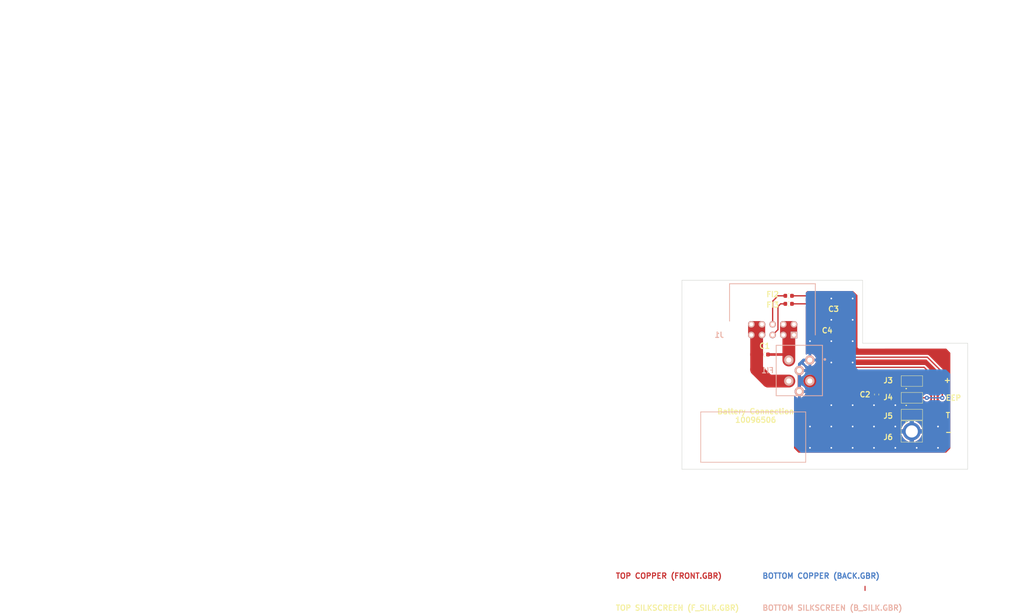
<source format=kicad_pcb>
(kicad_pcb (version 20171130) (host pcbnew "(5.1.5)-3")

  (general
    (thickness 1.6)
    (drawings 102)
    (tracks 140)
    (zones 0)
    (modules 12)
    (nets 9)
  )

  (page A4)
  (layers
    (0 F.Cu signal)
    (31 B.Cu signal)
    (32 B.Adhes user)
    (33 F.Adhes user)
    (34 B.Paste user)
    (35 F.Paste user)
    (36 B.SilkS user)
    (37 F.SilkS user)
    (38 B.Mask user)
    (39 F.Mask user)
    (40 Dwgs.User user)
    (41 Cmts.User user)
    (42 Eco1.User user)
    (43 Eco2.User user)
    (44 Edge.Cuts user)
    (45 Margin user)
    (46 B.CrtYd user)
    (47 F.CrtYd user)
    (48 B.Fab user)
    (49 F.Fab user)
  )

  (setup
    (last_trace_width 0.25)
    (trace_clearance 0.2)
    (zone_clearance 0.4)
    (zone_45_only no)
    (trace_min 0.2)
    (via_size 0.8)
    (via_drill 0.4)
    (via_min_size 0.4)
    (via_min_drill 0.3)
    (uvia_size 0.3)
    (uvia_drill 0.1)
    (uvias_allowed no)
    (uvia_min_size 0.2)
    (uvia_min_drill 0.1)
    (edge_width 0.05)
    (segment_width 0.2)
    (pcb_text_width 0.3)
    (pcb_text_size 1.5 1.5)
    (mod_edge_width 0.12)
    (mod_text_size 1 1)
    (mod_text_width 0.15)
    (pad_size 2.2352 2.2352)
    (pad_drill 1.2192)
    (pad_to_mask_clearance 0.051)
    (solder_mask_min_width 0.25)
    (aux_axis_origin 0 0)
    (visible_elements 7FFFFF7F)
    (pcbplotparams
      (layerselection 0x010fc_ffffffff)
      (usegerberextensions false)
      (usegerberattributes false)
      (usegerberadvancedattributes false)
      (creategerberjobfile false)
      (excludeedgelayer true)
      (linewidth 0.100000)
      (plotframeref false)
      (viasonmask false)
      (mode 1)
      (useauxorigin false)
      (hpglpennumber 1)
      (hpglpenspeed 20)
      (hpglpendiameter 15.000000)
      (psnegative false)
      (psa4output false)
      (plotreference true)
      (plotvalue true)
      (plotinvisibletext false)
      (padsonsilk false)
      (subtractmaskfromsilk false)
      (outputformat 1)
      (mirror false)
      (drillshape 0)
      (scaleselection 1)
      (outputdirectory "../../../Desktop/New folder/"))
  )

  (net 0 "")
  (net 1 VDD)
  (net 2 Earth)
  (net 3 GND)
  (net 4 /+)
  (net 5 /BAT_EEPROM)
  (net 6 /T)
  (net 7 "Net-(FI2-Pad2)")
  (net 8 "Net-(FI3-Pad1)")

  (net_class Default "This is the default net class."
    (clearance 0.2)
    (trace_width 0.25)
    (via_dia 0.8)
    (via_drill 0.4)
    (uvia_dia 0.3)
    (uvia_drill 0.1)
    (add_net /+)
    (add_net /BAT_EEPROM)
    (add_net /T)
    (add_net Earth)
    (add_net GND)
    (add_net "Net-(FI2-Pad2)")
    (add_net "Net-(FI3-Pad1)")
    (add_net VDD)
  )

  (module 10096510_Battery_Connection:CONN_GKS-913-Z (layer F.Cu) (tedit 5E9355D7) (tstamp 5E8D3E18)
    (at 248.1248 133.1314)
    (descr "GKS-913 305 230 A 1502 S")
    (tags Connector)
    (path /5E9A6A5B)
    (attr smd)
    (fp_text reference J6 (at -5.6248 1.3686) (layer F.SilkS)
      (effects (font (size 1.27 1.27) (thickness 0.254)))
    )
    (fp_text value GKS-913-0024 (at 8.89 1.143) (layer F.SilkS) hide
      (effects (font (size 1.27 1.27) (thickness 0.254)))
    )
    (fp_line (start -2.54 2.54) (end -2.54 -2.54) (layer F.SilkS) (width 0.1))
    (fp_line (start 2.54 2.54) (end -2.54 2.54) (layer F.SilkS) (width 0.1))
    (fp_line (start 2.54 -2.54) (end 2.54 2.54) (layer F.SilkS) (width 0.1))
    (fp_line (start -2.54 -2.54) (end 2.54 -2.54) (layer F.SilkS) (width 0.1))
    (fp_line (start 0 1.27) (end 0 -1.27) (layer F.Fab) (width 0.2))
    (fp_text user %R (at 0 0.29) (layer F.Fab)
      (effects (font (size 1.27 1.27) (thickness 0.254)))
    )
    (pad 1 thru_hole circle (at 0 0) (size 4.2926 4.2926) (drill 2.8956) (layers *.Cu *.Mask)
      (net 3 GND))
    (model ${KIPRJMOD}/10096510_Battery_Connection.pretty/GKS-913-Z-recenter.stp
      (at (xyz 0 0 0))
      (scale (xyz 1 1 1))
      (rotate (xyz 0 0 0))
    )
  )

  (module 10096510_Battery_Connection:CONN_811S100230014101 (layer F.Cu) (tedit 5E934286) (tstamp 5E8D3D7A)
    (at 248.1502 129.1436)
    (descr 811-S1-002-30-014101-2)
    (tags Connector)
    (path /5E99E657)
    (attr smd)
    (fp_text reference J5 (at -5.6502 0.29) (layer F.SilkS)
      (effects (font (size 1.27 1.27) (thickness 0.254)))
    )
    (fp_text value 811-S1-002-30-014101 (at 0 0.29) (layer F.SilkS) hide
      (effects (font (size 1.27 1.27) (thickness 0.254)))
    )
    (fp_arc (start -1.35 1.8) (end -1.4 1.8) (angle -180) (layer F.SilkS) (width 0.2))
    (fp_arc (start -1.35 1.8) (end -1.3 1.8) (angle -180) (layer F.SilkS) (width 0.2))
    (fp_arc (start -1.35 1.8) (end -1.4 1.8) (angle -180) (layer F.SilkS) (width 0.2))
    (fp_line (start -1.4 1.8) (end -1.4 1.8) (layer F.SilkS) (width 0.2))
    (fp_line (start -1.3 1.8) (end -1.3 1.8) (layer F.SilkS) (width 0.2))
    (fp_line (start -1.4 1.8) (end -1.4 1.8) (layer F.SilkS) (width 0.2))
    (fp_line (start -3.54 2.85) (end -3.54 -2.27) (layer Dwgs.User) (width 0.1))
    (fp_line (start 3.54 2.85) (end -3.54 2.85) (layer Dwgs.User) (width 0.1))
    (fp_line (start 3.54 -2.27) (end 3.54 2.85) (layer Dwgs.User) (width 0.1))
    (fp_line (start -3.54 -2.27) (end 3.54 -2.27) (layer Dwgs.User) (width 0.1))
    (fp_line (start -2.54 1.27) (end -2.54 -1.27) (layer F.SilkS) (width 0.1))
    (fp_line (start 2.54 1.27) (end -2.54 1.27) (layer F.SilkS) (width 0.1))
    (fp_line (start 2.54 -1.27) (end 2.54 1.27) (layer F.SilkS) (width 0.1))
    (fp_line (start -2.54 -1.27) (end 2.54 -1.27) (layer F.SilkS) (width 0.1))
    (fp_line (start -2.54 -1.27) (end -2.54 1.27) (layer Dwgs.User) (width 0.2))
    (fp_line (start 2.54 -1.27) (end -2.54 -1.27) (layer Dwgs.User) (width 0.2))
    (fp_line (start 2.54 1.27) (end 2.54 -1.27) (layer Dwgs.User) (width 0.2))
    (fp_line (start -2.54 1.27) (end 2.54 1.27) (layer Dwgs.User) (width 0.2))
    (pad 2 smd circle (at 1.27 0 90) (size 2 2) (layers F.Cu F.Paste F.Mask)
      (net 6 /T))
    (pad 1 smd circle (at -1.27 0 90) (size 2 2) (layers F.Cu F.Paste F.Mask)
      (net 6 /T))
    (model ${KIPRJMOD}/10096510_Battery_Connection.pretty/811-S1-NNN.step
      (at (xyz 0 0 0))
      (scale (xyz 1 1 1))
      (rotate (xyz 0 0 0))
    )
  )

  (module 10096510_Battery_Connection:CONN_811S100230014101 (layer F.Cu) (tedit 5E934286) (tstamp 5E8D3E8B)
    (at 248.1502 125.1304)
    (descr 811-S1-002-30-014101-2)
    (tags Connector)
    (path /5E99CA09)
    (attr smd)
    (fp_text reference J4 (at -5.6502 -0.1304) (layer F.SilkS)
      (effects (font (size 1.27 1.27) (thickness 0.254)))
    )
    (fp_text value 811-S1-002-30-014101 (at 0 0.29) (layer F.SilkS) hide
      (effects (font (size 1.27 1.27) (thickness 0.254)))
    )
    (fp_arc (start -1.35 1.8) (end -1.4 1.8) (angle -180) (layer F.SilkS) (width 0.2))
    (fp_arc (start -1.35 1.8) (end -1.3 1.8) (angle -180) (layer F.SilkS) (width 0.2))
    (fp_arc (start -1.35 1.8) (end -1.4 1.8) (angle -180) (layer F.SilkS) (width 0.2))
    (fp_line (start -1.4 1.8) (end -1.4 1.8) (layer F.SilkS) (width 0.2))
    (fp_line (start -1.3 1.8) (end -1.3 1.8) (layer F.SilkS) (width 0.2))
    (fp_line (start -1.4 1.8) (end -1.4 1.8) (layer F.SilkS) (width 0.2))
    (fp_line (start -3.54 2.85) (end -3.54 -2.27) (layer Dwgs.User) (width 0.1))
    (fp_line (start 3.54 2.85) (end -3.54 2.85) (layer Dwgs.User) (width 0.1))
    (fp_line (start 3.54 -2.27) (end 3.54 2.85) (layer Dwgs.User) (width 0.1))
    (fp_line (start -3.54 -2.27) (end 3.54 -2.27) (layer Dwgs.User) (width 0.1))
    (fp_line (start -2.54 1.27) (end -2.54 -1.27) (layer F.SilkS) (width 0.1))
    (fp_line (start 2.54 1.27) (end -2.54 1.27) (layer F.SilkS) (width 0.1))
    (fp_line (start 2.54 -1.27) (end 2.54 1.27) (layer F.SilkS) (width 0.1))
    (fp_line (start -2.54 -1.27) (end 2.54 -1.27) (layer F.SilkS) (width 0.1))
    (fp_line (start -2.54 -1.27) (end -2.54 1.27) (layer Dwgs.User) (width 0.2))
    (fp_line (start 2.54 -1.27) (end -2.54 -1.27) (layer Dwgs.User) (width 0.2))
    (fp_line (start 2.54 1.27) (end 2.54 -1.27) (layer Dwgs.User) (width 0.2))
    (fp_line (start -2.54 1.27) (end 2.54 1.27) (layer Dwgs.User) (width 0.2))
    (pad 2 smd circle (at 1.27 0 90) (size 2 2) (layers F.Cu F.Paste F.Mask)
      (net 5 /BAT_EEPROM))
    (pad 1 smd circle (at -1.27 0 90) (size 2 2) (layers F.Cu F.Paste F.Mask)
      (net 5 /BAT_EEPROM))
    (model ${KIPRJMOD}/10096510_Battery_Connection.pretty/811-S1-NNN.step
      (at (xyz 0 0 0))
      (scale (xyz 1 1 1))
      (rotate (xyz 0 0 0))
    )
  )

  (module 10096510_Battery_Connection:CONN_811S100230014101 (layer F.Cu) (tedit 5E934286) (tstamp 5E8D3CB1)
    (at 248.1502 121.1426)
    (descr 811-S1-002-30-014101-2)
    (tags Connector)
    (path /5E99A69C)
    (attr smd)
    (fp_text reference J3 (at -5.6502 -0.1426) (layer F.SilkS)
      (effects (font (size 1.27 1.27) (thickness 0.254)))
    )
    (fp_text value 811-S1-002-30-014101 (at 0 0.29) (layer F.SilkS) hide
      (effects (font (size 1.27 1.27) (thickness 0.254)))
    )
    (fp_arc (start -1.35 1.8) (end -1.4 1.8) (angle -180) (layer F.SilkS) (width 0.2))
    (fp_arc (start -1.35 1.8) (end -1.3 1.8) (angle -180) (layer F.SilkS) (width 0.2))
    (fp_arc (start -1.35 1.8) (end -1.4 1.8) (angle -180) (layer F.SilkS) (width 0.2))
    (fp_line (start -1.4 1.8) (end -1.4 1.8) (layer F.SilkS) (width 0.2))
    (fp_line (start -1.3 1.8) (end -1.3 1.8) (layer F.SilkS) (width 0.2))
    (fp_line (start -1.4 1.8) (end -1.4 1.8) (layer F.SilkS) (width 0.2))
    (fp_line (start -3.54 2.85) (end -3.54 -2.27) (layer Dwgs.User) (width 0.1))
    (fp_line (start 3.54 2.85) (end -3.54 2.85) (layer Dwgs.User) (width 0.1))
    (fp_line (start 3.54 -2.27) (end 3.54 2.85) (layer Dwgs.User) (width 0.1))
    (fp_line (start -3.54 -2.27) (end 3.54 -2.27) (layer Dwgs.User) (width 0.1))
    (fp_line (start -2.54 1.27) (end -2.54 -1.27) (layer F.SilkS) (width 0.1))
    (fp_line (start 2.54 1.27) (end -2.54 1.27) (layer F.SilkS) (width 0.1))
    (fp_line (start 2.54 -1.27) (end 2.54 1.27) (layer F.SilkS) (width 0.1))
    (fp_line (start -2.54 -1.27) (end 2.54 -1.27) (layer F.SilkS) (width 0.1))
    (fp_line (start -2.54 -1.27) (end -2.54 1.27) (layer Dwgs.User) (width 0.2))
    (fp_line (start 2.54 -1.27) (end -2.54 -1.27) (layer Dwgs.User) (width 0.2))
    (fp_line (start 2.54 1.27) (end 2.54 -1.27) (layer Dwgs.User) (width 0.2))
    (fp_line (start -2.54 1.27) (end 2.54 1.27) (layer Dwgs.User) (width 0.2))
    (pad 2 smd circle (at 1.27 0 90) (size 2 2) (layers F.Cu F.Paste F.Mask)
      (net 4 /+))
    (pad 1 smd circle (at -1.27 0 90) (size 2 2) (layers F.Cu F.Paste F.Mask)
      (net 4 /+))
    (model ${KIPRJMOD}/10096510_Battery_Connection.pretty/811-S1-NNN.step
      (at (xyz 0 0 0))
      (scale (xyz 1 1 1))
      (rotate (xyz 0 0 0))
    )
  )

  (module 10096510_Battery_Connection:SHDRRA10W64P254_2X5_2050X890X930P (layer B.Cu) (tedit 5E9349E3) (tstamp 5E8D3E44)
    (at 220.0832 110.1698 180)
    (descr 09185107323)
    (tags Connector)
    (path /5E95772A)
    (fp_text reference J1 (at 17.8032 -0.0002) (layer B.SilkS)
      (effects (font (size 1.27 1.27) (thickness 0.254)) (justify mirror))
    )
    (fp_text value 09185107323 (at 13.97 -3.81) (layer B.SilkS) hide
      (effects (font (size 1.27 1.27) (thickness 0.254)) (justify mirror))
    )
    (fp_line (start 15.33 12.2) (end 15.33 3.3) (layer B.SilkS) (width 0.2))
    (fp_line (start -5.08 12.2) (end 15.33 12.2) (layer B.SilkS) (width 0.2))
    (fp_line (start -5.08 0) (end -5.08 12.2) (layer B.SilkS) (width 0.2))
    (fp_line (start 15.33 3.3) (end -5.17 3.3) (layer Dwgs.User) (width 0.1))
    (fp_line (start 15.33 12.2) (end 15.33 3.3) (layer Dwgs.User) (width 0.1))
    (fp_line (start -5.17 12.2) (end 15.33 12.2) (layer Dwgs.User) (width 0.1))
    (fp_line (start -5.17 3.3) (end -5.17 12.2) (layer Dwgs.User) (width 0.1))
    (fp_line (start -5.42 12.45) (end -5.42 -1.325) (layer Dwgs.User) (width 0.05))
    (fp_line (start 15.58 12.45) (end -5.42 12.45) (layer Dwgs.User) (width 0.05))
    (fp_line (start 15.58 -1.325) (end 15.58 12.45) (layer Dwgs.User) (width 0.05))
    (fp_line (start -5.42 -1.325) (end 15.58 -1.325) (layer Dwgs.User) (width 0.05))
    (pad 10 thru_hole circle (at 10.16 2.54 90) (size 1.5748 1.5748) (drill 0.9144) (layers *.Cu *.Mask B.SilkS)
      (net 1 VDD))
    (pad 9 thru_hole circle (at 10.16 0 90) (size 1.5748 1.5748) (drill 0.9144) (layers *.Cu *.Mask B.SilkS)
      (net 1 VDD))
    (pad 8 thru_hole circle (at 7.62 2.54 90) (size 1.5748 1.5748) (drill 0.9144) (layers *.Cu *.Mask B.SilkS)
      (net 1 VDD))
    (pad 7 thru_hole circle (at 7.62 0 90) (size 1.5748 1.5748) (drill 0.9144) (layers *.Cu *.Mask B.SilkS)
      (net 1 VDD))
    (pad 6 thru_hole circle (at 5.08 2.54 90) (size 1.5748 1.5748) (drill 0.9144) (layers *.Cu *.Mask B.SilkS)
      (net 7 "Net-(FI2-Pad2)"))
    (pad 5 thru_hole circle (at 5.08 0 90) (size 1.5748 1.5748) (drill 0.9144) (layers *.Cu *.Mask B.SilkS)
      (net 8 "Net-(FI3-Pad1)"))
    (pad 4 thru_hole circle (at 2.54 2.54 90) (size 1.5748 1.5748) (drill 0.9144) (layers *.Cu *.Mask B.SilkS)
      (net 2 Earth))
    (pad 3 thru_hole circle (at 2.54 0 90) (size 1.5748 1.5748) (drill 0.9144) (layers *.Cu *.Mask B.SilkS)
      (net 2 Earth))
    (pad 2 thru_hole circle (at 0 2.54 90) (size 1.5748 1.5748) (drill 0.9144) (layers *.Cu *.Mask B.SilkS)
      (net 2 Earth))
    (pad 1 thru_hole rect (at 0 0 90) (size 1.5748 1.5748) (drill 0.9144) (layers *.Cu *.Mask B.SilkS)
      (net 2 Earth))
    (model ${KIPRJMOD}/10096510_Battery_Connection.pretty/39-26-7108-recenter.stp
      (at (xyz 0 0 0))
      (scale (xyz 1 1 1))
      (rotate (xyz 0 0 0))
    )
  )

  (module 10096510_Battery_Connection:L_0603_1608Metric (layer F.Cu) (tedit 5E8C252D) (tstamp 5E8D3C2F)
    (at 218.8132 102.753)
    (descr "Inductor SMD 0603 (1608 Metric), square (rectangular) end terminal, IPC_7351 nominal, (Body size source: http://www.tortai-tech.com/upload/download/2011102023233369053.pdf), generated with kicad-footprint-generator")
    (tags inductor)
    (path /5E9C95BC)
    (attr smd)
    (fp_text reference FI3 (at -3.8132 0.247) (layer F.SilkS)
      (effects (font (size 1.27 1.27) (thickness 0.254)))
    )
    (fp_text value 74279266 (at 0 1.43) (layer F.Fab) hide
      (effects (font (size 1 1) (thickness 0.15)))
    )
    (fp_text user %R (at 0 0) (layer F.Fab)
      (effects (font (size 0.4 0.4) (thickness 0.06)))
    )
    (fp_line (start 1.48 0.73) (end -1.48 0.73) (layer F.CrtYd) (width 0.05))
    (fp_line (start 1.48 -0.73) (end 1.48 0.73) (layer F.CrtYd) (width 0.05))
    (fp_line (start -1.48 -0.73) (end 1.48 -0.73) (layer F.CrtYd) (width 0.05))
    (fp_line (start -1.48 0.73) (end -1.48 -0.73) (layer F.CrtYd) (width 0.05))
    (fp_line (start -0.162779 0.51) (end 0.162779 0.51) (layer F.SilkS) (width 0.12))
    (fp_line (start -0.162779 -0.51) (end 0.162779 -0.51) (layer F.SilkS) (width 0.12))
    (fp_line (start 0.8 0.4) (end -0.8 0.4) (layer F.Fab) (width 0.1))
    (fp_line (start 0.8 -0.4) (end 0.8 0.4) (layer F.Fab) (width 0.1))
    (fp_line (start -0.8 -0.4) (end 0.8 -0.4) (layer F.Fab) (width 0.1))
    (fp_line (start -0.8 0.4) (end -0.8 -0.4) (layer F.Fab) (width 0.1))
    (pad 2 smd roundrect (at 0.7875 0) (size 0.875 0.95) (layers F.Cu F.Paste F.Mask) (roundrect_rratio 0.25)
      (net 6 /T))
    (pad 1 smd roundrect (at -0.7875 0) (size 0.875 0.95) (layers F.Cu F.Paste F.Mask) (roundrect_rratio 0.25)
      (net 8 "Net-(FI3-Pad1)"))
    (model ${KISYS3DMOD}/Inductor_SMD.3dshapes/L_0603_1608Metric.wrl
      (at (xyz 0 0 0))
      (scale (xyz 1 1 1))
      (rotate (xyz 0 0 0))
    )
  )

  (module 10096510_Battery_Connection:L_0603_1608Metric (layer F.Cu) (tedit 5E8C252D) (tstamp 5E8EC50D)
    (at 218.8132 100.848 180)
    (descr "Inductor SMD 0603 (1608 Metric), square (rectangular) end terminal, IPC_7351 nominal, (Body size source: http://www.tortai-tech.com/upload/download/2011102023233369053.pdf), generated with kicad-footprint-generator")
    (tags inductor)
    (path /5E9D0294)
    (attr smd)
    (fp_text reference FI2 (at 3.8132 0.348) (layer F.SilkS)
      (effects (font (size 1.27 1.27) (thickness 0.254)))
    )
    (fp_text value 74279266 (at 0 1.43) (layer F.Fab) hide
      (effects (font (size 1 1) (thickness 0.15)))
    )
    (fp_text user %R (at 0 0) (layer F.Fab)
      (effects (font (size 0.4 0.4) (thickness 0.06)))
    )
    (fp_line (start 1.48 0.73) (end -1.48 0.73) (layer F.CrtYd) (width 0.05))
    (fp_line (start 1.48 -0.73) (end 1.48 0.73) (layer F.CrtYd) (width 0.05))
    (fp_line (start -1.48 -0.73) (end 1.48 -0.73) (layer F.CrtYd) (width 0.05))
    (fp_line (start -1.48 0.73) (end -1.48 -0.73) (layer F.CrtYd) (width 0.05))
    (fp_line (start -0.162779 0.51) (end 0.162779 0.51) (layer F.SilkS) (width 0.12))
    (fp_line (start -0.162779 -0.51) (end 0.162779 -0.51) (layer F.SilkS) (width 0.12))
    (fp_line (start 0.8 0.4) (end -0.8 0.4) (layer F.Fab) (width 0.1))
    (fp_line (start 0.8 -0.4) (end 0.8 0.4) (layer F.Fab) (width 0.1))
    (fp_line (start -0.8 -0.4) (end 0.8 -0.4) (layer F.Fab) (width 0.1))
    (fp_line (start -0.8 0.4) (end -0.8 -0.4) (layer F.Fab) (width 0.1))
    (pad 2 smd roundrect (at 0.7875 0 180) (size 0.875 0.95) (layers F.Cu F.Paste F.Mask) (roundrect_rratio 0.25)
      (net 7 "Net-(FI2-Pad2)"))
    (pad 1 smd roundrect (at -0.7875 0 180) (size 0.875 0.95) (layers F.Cu F.Paste F.Mask) (roundrect_rratio 0.25)
      (net 5 /BAT_EEPROM))
    (model ${KISYS3DMOD}/Inductor_SMD.3dshapes/L_0603_1608Metric.wrl
      (at (xyz 0 0 0))
      (scale (xyz 1 1 1))
      (rotate (xyz 0 0 0))
    )
  )

  (module 10096510_Battery_Connection:BNX002-011 (layer B.Cu) (tedit 5E9341F6) (tstamp 5E8D3DEA)
    (at 221.3532 118.628 270)
    (descr BNX002-011)
    (tags Filter)
    (path /5E8EDF96)
    (fp_text reference FI1 (at -0.008 7.5532) (layer B.SilkS)
      (effects (font (size 1.27 1.27) (thickness 0.254)) (justify mirror))
    )
    (fp_text value BNX002-11 (at 10.795 -8.001 90) (layer B.SilkS) hide
      (effects (font (size 1.27 1.27) (thickness 0.254)) (justify mirror))
    )
    (fp_circle (center -2.64 -6.079) (end -2.70223 -6.079) (layer B.SilkS) (width 0.254))
    (fp_line (start 6 -5.5) (end -6 -5.5) (layer B.SilkS) (width 0.2))
    (fp_line (start 6 5.5) (end 6 -5.5) (layer B.SilkS) (width 0.2))
    (fp_line (start -6 5.5) (end 6 5.5) (layer B.SilkS) (width 0.2))
    (fp_line (start -6 -5.5) (end -6 5.5) (layer B.SilkS) (width 0.2))
    (fp_line (start -6 -5.5) (end -6 5.5) (layer Dwgs.User) (width 0.2))
    (fp_line (start 6 -5.5) (end -6 -5.5) (layer Dwgs.User) (width 0.2))
    (fp_line (start 6 5.5) (end 6 -5.5) (layer Dwgs.User) (width 0.2))
    (fp_line (start -6 5.5) (end 6 5.5) (layer Dwgs.User) (width 0.2))
    (pad 6 thru_hole circle (at 5 0 180) (size 2.2352 2.2352) (drill 1.2192) (layers *.Cu *.Mask B.SilkS)
      (net 3 GND))
    (pad 1 thru_hole circle (at 2.5 2.5 180) (size 2.2352 2.2352) (drill 1.2192) (layers *.Cu *.Mask B.SilkS)
      (net 1 VDD))
    (pad 2 thru_hole circle (at 2.5 -2.5 180) (size 2.2352 2.2352) (drill 1.2192) (layers *.Cu *.Mask B.SilkS)
      (net 4 /+))
    (pad 5 thru_hole circle (at 0 0 180) (size 2.2352 2.2352) (drill 1.2192) (layers *.Cu *.Mask B.SilkS)
      (net 3 GND))
    (pad 3 thru_hole circle (at -2.5 2.5 180) (size 2.2352 2.2352) (drill 1.2192) (layers *.Cu *.Mask B.SilkS)
      (net 2 Earth))
    (pad 4 thru_hole circle (at -2.5 -2.5 180) (size 2.2352 2.2352) (drill 1.2192) (layers *.Cu *.Mask B.SilkS)
      (net 3 GND))
    (model ${KIPRJMOD}/10096510_Battery_Connection.pretty/BNX002-01.step
      (at (xyz 0 0 0))
      (scale (xyz 1 1 1))
      (rotate (xyz 0 0 0))
    )
  )

  (module 10096510_Battery_Connection:C_0402_1005Metric (layer F.Cu) (tedit 5E8C2505) (tstamp 5E8D3CED)
    (at 225.1632 109.103 270)
    (descr "Capacitor SMD 0402 (1005 Metric), square (rectangular) end terminal, IPC_7351 nominal, (Body size source: http://www.tortai-tech.com/upload/download/2011102023233369053.pdf), generated with kicad-footprint-generator")
    (tags capacitor)
    (path /5E9213A5)
    (attr smd)
    (fp_text reference C4 (at 0 -2.8368) (layer F.SilkS)
      (effects (font (size 1.27 1.27) (thickness 0.254)))
    )
    (fp_text value 0402_47pF_C0402C470J5GAC (at 0 1.17 90) (layer F.Fab) hide
      (effects (font (size 1 1) (thickness 0.15)))
    )
    (fp_text user %R (at 0 0 90) (layer F.Fab)
      (effects (font (size 0.25 0.25) (thickness 0.04)))
    )
    (fp_line (start 0.93 0.47) (end -0.93 0.47) (layer F.CrtYd) (width 0.05))
    (fp_line (start 0.93 -0.47) (end 0.93 0.47) (layer F.CrtYd) (width 0.05))
    (fp_line (start -0.93 -0.47) (end 0.93 -0.47) (layer F.CrtYd) (width 0.05))
    (fp_line (start -0.93 0.47) (end -0.93 -0.47) (layer F.CrtYd) (width 0.05))
    (fp_line (start 0.5 0.25) (end -0.5 0.25) (layer F.Fab) (width 0.1))
    (fp_line (start 0.5 -0.25) (end 0.5 0.25) (layer F.Fab) (width 0.1))
    (fp_line (start -0.5 -0.25) (end 0.5 -0.25) (layer F.Fab) (width 0.1))
    (fp_line (start -0.5 0.25) (end -0.5 -0.25) (layer F.Fab) (width 0.1))
    (pad 2 smd roundrect (at 0.485 0 270) (size 0.59 0.64) (layers F.Cu F.Paste F.Mask) (roundrect_rratio 0.25)
      (net 3 GND))
    (pad 1 smd roundrect (at -0.485 0 270) (size 0.59 0.64) (layers F.Cu F.Paste F.Mask) (roundrect_rratio 0.25)
      (net 6 /T))
    (model ${KISYS3DMOD}/Capacitor_SMD.3dshapes/C_0402_1005Metric.wrl
      (at (xyz 0 0 0))
      (scale (xyz 1 1 1))
      (rotate (xyz 0 0 0))
    )
  )

  (module 10096510_Battery_Connection:C_0402_1005Metric (layer F.Cu) (tedit 5E8C2505) (tstamp 5E8D3D17)
    (at 227.0682 104.023 270)
    (descr "Capacitor SMD 0402 (1005 Metric), square (rectangular) end terminal, IPC_7351 nominal, (Body size source: http://www.tortai-tech.com/upload/download/2011102023233369053.pdf), generated with kicad-footprint-generator")
    (tags capacitor)
    (path /5E91F4F8)
    (attr smd)
    (fp_text reference C3 (at -0.023 -2.4318) (layer F.SilkS)
      (effects (font (size 1.27 1.27) (thickness 0.254)))
    )
    (fp_text value 0402_47pF_C0402C470J5GAC (at 0 1.17 90) (layer F.Fab) hide
      (effects (font (size 1 1) (thickness 0.15)))
    )
    (fp_text user %R (at 0 0 90) (layer F.Fab)
      (effects (font (size 0.25 0.25) (thickness 0.04)))
    )
    (fp_line (start 0.93 0.47) (end -0.93 0.47) (layer F.CrtYd) (width 0.05))
    (fp_line (start 0.93 -0.47) (end 0.93 0.47) (layer F.CrtYd) (width 0.05))
    (fp_line (start -0.93 -0.47) (end 0.93 -0.47) (layer F.CrtYd) (width 0.05))
    (fp_line (start -0.93 0.47) (end -0.93 -0.47) (layer F.CrtYd) (width 0.05))
    (fp_line (start 0.5 0.25) (end -0.5 0.25) (layer F.Fab) (width 0.1))
    (fp_line (start 0.5 -0.25) (end 0.5 0.25) (layer F.Fab) (width 0.1))
    (fp_line (start -0.5 -0.25) (end 0.5 -0.25) (layer F.Fab) (width 0.1))
    (fp_line (start -0.5 0.25) (end -0.5 -0.25) (layer F.Fab) (width 0.1))
    (pad 2 smd roundrect (at 0.485 0 270) (size 0.59 0.64) (layers F.Cu F.Paste F.Mask) (roundrect_rratio 0.25)
      (net 3 GND))
    (pad 1 smd roundrect (at -0.485 0 270) (size 0.59 0.64) (layers F.Cu F.Paste F.Mask) (roundrect_rratio 0.25)
      (net 5 /BAT_EEPROM))
    (model ${KISYS3DMOD}/Capacitor_SMD.3dshapes/C_0402_1005Metric.wrl
      (at (xyz 0 0 0))
      (scale (xyz 1 1 1))
      (rotate (xyz 0 0 0))
    )
  )

  (module 10096510_Battery_Connection:C_0603_1608Metric (layer F.Cu) (tedit 5E8C251F) (tstamp 5E8D3D43)
    (at 239.7682 124.343 90)
    (descr "Capacitor SMD 0603 (1608 Metric), square (rectangular) end terminal, IPC_7351 nominal, (Body size source: http://www.tortai-tech.com/upload/download/2011102023233369053.pdf), generated with kicad-footprint-generator")
    (tags capacitor)
    (path /5E90C557)
    (attr smd)
    (fp_text reference C2 (at 0 -2.7682) (layer F.SilkS)
      (effects (font (size 1.27 1.27) (thickness 0.254)))
    )
    (fp_text value 10nF (at 0 1.43 90) (layer F.Fab) hide
      (effects (font (size 1 1) (thickness 0.15)))
    )
    (fp_text user %R (at 0 0 90) (layer F.Fab)
      (effects (font (size 0.4 0.4) (thickness 0.06)))
    )
    (fp_line (start 1.48 0.73) (end -1.48 0.73) (layer F.CrtYd) (width 0.05))
    (fp_line (start 1.48 -0.73) (end 1.48 0.73) (layer F.CrtYd) (width 0.05))
    (fp_line (start -1.48 -0.73) (end 1.48 -0.73) (layer F.CrtYd) (width 0.05))
    (fp_line (start -1.48 0.73) (end -1.48 -0.73) (layer F.CrtYd) (width 0.05))
    (fp_line (start -0.162779 0.51) (end 0.162779 0.51) (layer F.SilkS) (width 0.12))
    (fp_line (start -0.162779 -0.51) (end 0.162779 -0.51) (layer F.SilkS) (width 0.12))
    (fp_line (start 0.8 0.4) (end -0.8 0.4) (layer F.Fab) (width 0.1))
    (fp_line (start 0.8 -0.4) (end 0.8 0.4) (layer F.Fab) (width 0.1))
    (fp_line (start -0.8 -0.4) (end 0.8 -0.4) (layer F.Fab) (width 0.1))
    (fp_line (start -0.8 0.4) (end -0.8 -0.4) (layer F.Fab) (width 0.1))
    (pad 2 smd roundrect (at 0.7875 0 90) (size 0.875 0.95) (layers F.Cu F.Paste F.Mask) (roundrect_rratio 0.25)
      (net 4 /+))
    (pad 1 smd roundrect (at -0.7875 0 90) (size 0.875 0.95) (layers F.Cu F.Paste F.Mask) (roundrect_rratio 0.25)
      (net 3 GND))
    (model ${KISYS3DMOD}/Capacitor_SMD.3dshapes/C_0603_1608Metric.wrl
      (at (xyz 0 0 0))
      (scale (xyz 1 1 1))
      (rotate (xyz 0 0 0))
    )
  )

  (module 10096510_Battery_Connection:C_0603_1608Metric (layer F.Cu) (tedit 5E8C251F) (tstamp 5E8D3DB8)
    (at 213.0982 114.818 180)
    (descr "Capacitor SMD 0603 (1608 Metric), square (rectangular) end terminal, IPC_7351 nominal, (Body size source: http://www.tortai-tech.com/upload/download/2011102023233369053.pdf), generated with kicad-footprint-generator")
    (tags capacitor)
    (path /5E8FB3FB)
    (attr smd)
    (fp_text reference C1 (at -0.0018 2.018) (layer F.SilkS)
      (effects (font (size 1.27 1.27) (thickness 0.254)))
    )
    (fp_text value 10nF (at 0 1.43) (layer F.Fab) hide
      (effects (font (size 1 1) (thickness 0.15)))
    )
    (fp_text user %R (at 0 0) (layer F.Fab)
      (effects (font (size 0.4 0.4) (thickness 0.06)))
    )
    (fp_line (start 1.48 0.73) (end -1.48 0.73) (layer F.CrtYd) (width 0.05))
    (fp_line (start 1.48 -0.73) (end 1.48 0.73) (layer F.CrtYd) (width 0.05))
    (fp_line (start -1.48 -0.73) (end 1.48 -0.73) (layer F.CrtYd) (width 0.05))
    (fp_line (start -1.48 0.73) (end -1.48 -0.73) (layer F.CrtYd) (width 0.05))
    (fp_line (start -0.162779 0.51) (end 0.162779 0.51) (layer F.SilkS) (width 0.12))
    (fp_line (start -0.162779 -0.51) (end 0.162779 -0.51) (layer F.SilkS) (width 0.12))
    (fp_line (start 0.8 0.4) (end -0.8 0.4) (layer F.Fab) (width 0.1))
    (fp_line (start 0.8 -0.4) (end 0.8 0.4) (layer F.Fab) (width 0.1))
    (fp_line (start -0.8 -0.4) (end 0.8 -0.4) (layer F.Fab) (width 0.1))
    (fp_line (start -0.8 0.4) (end -0.8 -0.4) (layer F.Fab) (width 0.1))
    (pad 2 smd roundrect (at 0.7875 0 180) (size 0.875 0.95) (layers F.Cu F.Paste F.Mask) (roundrect_rratio 0.25)
      (net 1 VDD))
    (pad 1 smd roundrect (at -0.7875 0 180) (size 0.875 0.95) (layers F.Cu F.Paste F.Mask) (roundrect_rratio 0.25)
      (net 2 Earth))
    (model ${KISYS3DMOD}/Capacitor_SMD.3dshapes/C_0603_1608Metric.wrl
      (at (xyz 0 0 0))
      (scale (xyz 1 1 1))
      (rotate (xyz 0 0 0))
    )
  )

  (gr_text "BOTTOM SILKSCREEN (B_SILK.GBR)" (at 212.4632 175.143) (layer B.SilkS) (tstamp 5E8D42A0)
    (effects (font (size 1.27 1.27) (thickness 0.254)) (justify left))
  )
  (gr_text "BOTTOM SOLDERMASK (B_MASK.GBR)" (at 212.4632 170.063) (layer B.Mask) (tstamp 5E8D429D)
    (effects (font (size 1.27 1.27) (thickness 0.254)) (justify left))
  )
  (gr_text "BOTTOM PASTEMASK (B_PASTE.GBR)" (at 212.4632 172.603) (layer B.Paste) (tstamp 5E8D429B)
    (effects (font (size 1.27 1.27) (thickness 0.254)) (justify left))
  )
  (gr_text "TOP SILKSCREEN (F_SILK.GBR)" (at 177.5382 175.143) (layer F.SilkS) (tstamp 5E8D4287)
    (effects (font (size 1.27 1.27) (thickness 0.254)) (justify left))
  )
  (gr_text "TOP PASTEMASK (F_PASTE.GBR)" (at 177.5382 172.603) (layer F.Paste) (tstamp 5E8D4287)
    (effects (font (size 1.27 1.27) (thickness 0.254)) (justify left))
  )
  (gr_text "TOP SOLDERMASK (F_MASK.GBR)" (at 177.5382 170.063) (layer F.Mask) (tstamp 5E8D4267)
    (effects (font (size 1.27 1.27) (thickness 0.254)) (justify left))
  )
  (gr_text "BOTTOM COPPER (BACK.GBR)" (at 212.4632 167.523) (layer B.Cu) (tstamp 5E8D4267)
    (effects (font (size 1.27 1.27) (thickness 0.254)) (justify left))
  )
  (gr_text "TOP COPPER (FRONT.GBR)" (at 177.5382 167.523) (layer F.Cu)
    (effects (font (size 1.27 1.27) (thickness 0.254)) (justify left))
  )
  (dimension 29.9974 (width 0.1524) (layer Eco2.User)
    (gr_text "30 mm" (at 273.474 127.1243 90) (layer Eco2.User)
      (effects (font (size 1.016 1.016) (thickness 0.1524)))
    )
    (feature1 (pts (xy 261.4344 112.1256) (xy 272.739621 112.1256)))
    (feature2 (pts (xy 261.4344 142.123) (xy 272.739621 142.123)))
    (crossbar (pts (xy 272.1532 142.123) (xy 272.1532 112.1256)))
    (arrow1a (pts (xy 272.1532 112.1256) (xy 272.739621 113.252104)))
    (arrow1b (pts (xy 272.1532 112.1256) (xy 271.566779 113.252104)))
    (arrow2a (pts (xy 272.1532 142.123) (xy 272.739621 140.996496)))
    (arrow2b (pts (xy 272.1532 142.123) (xy 271.566779 140.996496)))
  )
  (dimension 68.0212 (width 0.1524) (layer Eco2.User)
    (gr_text "68 mm" (at 227.4238 156.1438) (layer Eco2.User)
      (effects (font (size 1.016 1.016) (thickness 0.1524)))
    )
    (feature1 (pts (xy 261.4344 142.123) (xy 261.4344 155.409421)))
    (feature2 (pts (xy 193.4132 142.123) (xy 193.4132 155.409421)))
    (crossbar (pts (xy 193.4132 154.823) (xy 261.4344 154.823)))
    (arrow1a (pts (xy 261.4344 154.823) (xy 260.307896 155.409421)))
    (arrow1b (pts (xy 261.4344 154.823) (xy 260.307896 154.236579)))
    (arrow2a (pts (xy 193.4132 154.823) (xy 194.539704 155.409421)))
    (arrow2b (pts (xy 193.4132 154.823) (xy 194.539704 154.236579)))
  )
  (dimension 44.9834 (width 0.1524) (layer Eco2.User)
    (gr_text "45 mm" (at 179.392401 119.6313 270) (layer Eco2.User)
      (effects (font (size 1.016 1.016) (thickness 0.1524)))
    )
    (feature1 (pts (xy 193.4132 142.123) (xy 180.12678 142.123)))
    (feature2 (pts (xy 193.4132 97.1396) (xy 180.12678 97.1396)))
    (crossbar (pts (xy 180.713201 97.1396) (xy 180.713201 142.123)))
    (arrow1a (pts (xy 180.713201 142.123) (xy 180.12678 140.996496)))
    (arrow1b (pts (xy 180.713201 142.123) (xy 181.299622 140.996496)))
    (arrow2a (pts (xy 180.713201 97.1396) (xy 180.12678 98.266104)))
    (arrow2b (pts (xy 180.713201 97.1396) (xy 181.299622 98.266104)))
  )
  (gr_text "ASSEMBLY NOTES\n------------------------------------------------------------\n\n1. MANUFACTURE ACCORDING IPC A610 CLASS III\n\n2. ALL FABRICATION PROCESSES TO BE ROHS COMPLIANT.\n\n3. MARK BOARD PER J-STD-609A\n\n4. LEVEL OFF PINS OF FI1 FILTER TO WITHIN 1.4MM FROM PCB SURFACE.\n\n5. WARNING : EXCESSIVE TEMPERATURE COULD DESTROY THE J6 CONNECTOR SPRING.\n\n6. PLACE TRACEABILITY LABEL ON BOTTOM SIDE IN REGION MARKED BY SILLK." (at 31.8692 124.343) (layer Eco2.User) (tstamp 5E8D3308)
    (effects (font (size 1.27 1.27) (thickness 0.254)) (justify left))
  )
  (gr_text "FABRICATION NOTES\n------------------------------------------------------------\n\n1. MANUFACTURE ACCORDING IPC A610 CLASS III\n\n2. MATERIAL : COPPER CLAD LAMINATES ISOLA 370HR (OR EQUIVALENT), ROHS COMPLIANT. \nU.L. DESIGNATION : ANSI GRADE FR4 PER IPC 4101.\n\n3. FINISH ; ALL EXPOSED CONDUCTIVE SURFACES TO ELECTROLESS NICKEL IMMERSION GOLD (ENIG) PLATED \nUSING 100-400 MICROINCHES NICKEL AND 3-8 MICROINCHES GOLD.\n\n4. ALL FABRICATION PROCESSES TO BE ROHS COMPLIANT.\n\n5. MARK BOARD PER J-STD-609A\n\n6. THE PRINTED CIRCUIT BOARD MUST BE UL94V-0. MANUFACTURER MUST BE RCOGNIZED UL, \nAND MUST AFFIX CORRESPONDING MARKING TO PCB.\n\n7. MATERIAL THICKNESS : 1.6 MM +/- 10%\n\n8. COPPER THICKNESS : EXT 35U\n\n9. SOLDERMASK COLOR : GREEN\n\n10 . SILKSCREEN COLOR : WHITE\n\n11. ELECTRICAL TEST : YES\n\n12. NUMBER OF LAYERS : 2" (at 31.0564 60.2334) (layer Eco2.User)
    (effects (font (size 1.27 1.27) (thickness 0.254)) (justify left))
  )
  (gr_circle (center 251.7062 125.1304) (end 252.021416 125.1304) (layer B.Mask) (width 1) (tstamp 5E8D3C98))
  (gr_circle (center 255.3892 125.1304) (end 255.704416 125.1304) (layer B.Mask) (width 1) (tstamp 5E8D3C8C))
  (gr_circle (center 228.9732 116.723) (end 229.288416 116.723) (layer B.Mask) (width 1) (tstamp 5E8D3C89))
  (gr_circle (center 234.0532 116.723) (end 234.368416 116.723) (layer B.Mask) (width 1) (tstamp 5E8D3C8F))
  (gr_circle (center 234.0532 111.643) (end 234.368416 111.643) (layer B.Mask) (width 1) (tstamp 5E8D3C95))
  (gr_circle (center 223.8932 111.643) (end 224.208416 111.643) (layer B.Mask) (width 1) (tstamp 5E8D3C86))
  (gr_circle (center 228.9732 111.643) (end 229.288416 111.643) (layer B.Mask) (width 1) (tstamp 5E8D3C83))
  (gr_circle (center 228.9732 106.563) (end 229.288416 106.563) (layer B.Mask) (width 1) (tstamp 5E8D3C92))
  (gr_circle (center 234.0532 106.563) (end 234.368416 106.563) (layer B.Mask) (width 1) (tstamp 5E8D3C80))
  (gr_circle (center 234.0532 101.483) (end 234.368416 101.483) (layer B.Mask) (width 1) (tstamp 5E8D3C17))
  (gr_circle (center 228.9732 101.483) (end 229.288416 101.483) (layer B.Mask) (width 1) (tstamp 5E8D3EBA))
  (gr_circle (center 254.3732 131.963) (end 254.688416 131.963) (layer B.Mask) (width 1) (tstamp 5E8D3C1A))
  (gr_circle (center 254.3732 137.043) (end 254.688416 137.043) (layer B.Mask) (width 1) (tstamp 5E8D3C05))
  (gr_circle (center 249.2932 137.043) (end 249.608416 137.043) (layer B.Mask) (width 1) (tstamp 5E8D3C1D))
  (gr_circle (center 234.0532 126.883) (end 233.737984 126.883) (layer B.Mask) (width 1) (tstamp 5E8D3B3F))
  (gr_circle (center 239.1332 126.883) (end 238.817984 126.883) (layer B.Mask) (width 1) (tstamp 5E8D3B42))
  (gr_circle (center 223.8932 131.963) (end 223.577984 131.963) (layer B.Mask) (width 1) (tstamp 5E8D3B5A))
  (gr_circle (center 239.1332 131.963) (end 238.817984 131.963) (layer B.Mask) (width 1) (tstamp 5E8D3B69))
  (gr_circle (center 223.8932 137.043) (end 223.577984 137.043) (layer B.Mask) (width 1) (tstamp 5E8D3B60))
  (gr_circle (center 244.2132 126.883) (end 243.897984 126.883) (layer B.Mask) (width 1) (tstamp 5E8D3B6F))
  (gr_circle (center 234.0532 131.963) (end 233.737984 131.963) (layer B.Mask) (width 1) (tstamp 5E8D3B72))
  (gr_circle (center 228.9732 131.963) (end 228.657984 131.963) (layer B.Mask) (width 1) (tstamp 5E8D3B51))
  (gr_circle (center 244.2132 131.963) (end 243.897984 131.963) (layer B.Mask) (width 1) (tstamp 5E8D3B66))
  (gr_circle (center 228.9732 137.043) (end 228.657984 137.043) (layer B.Mask) (width 1) (tstamp 5E8D3B57))
  (gr_circle (center 228.9732 126.883) (end 228.657984 126.883) (layer B.Mask) (width 1) (tstamp 5E8D3B6C))
  (gr_circle (center 234.0532 137.043) (end 233.737984 137.043) (layer B.Mask) (width 1) (tstamp 5E8D3B5D))
  (gr_circle (center 244.2132 137.043) (end 243.897984 137.043) (layer B.Mask) (width 1) (tstamp 5E8D3B54))
  (gr_circle (center 239.1332 137.043) (end 238.817984 137.043) (layer B.Mask) (width 1) (tstamp 5E8D3B33))
  (gr_circle (center 223.8932 111.643) (end 224.208416 111.643) (layer F.Mask) (width 1) (tstamp 5E8D3BF9))
  (gr_circle (center 251.7062 125.1304) (end 252.021416 125.1304) (layer F.Mask) (width 1) (tstamp 5E8D3B90))
  (gr_circle (center 255.3892 125.1304) (end 255.704416 125.1304) (layer F.Mask) (width 1) (tstamp 5E8D3BBD))
  (gr_circle (center 234.0532 131.963) (end 234.368416 131.963) (layer F.Mask) (width 1) (tstamp 5E8D3BA8))
  (gr_circle (center 234.0532 126.883) (end 234.368416 126.883) (layer F.Mask) (width 1) (tstamp 5E8D3B7E))
  (gr_circle (center 234.0532 137.043) (end 234.368416 137.043) (layer F.Mask) (width 1) (tstamp 5E8D3BDB))
  (gr_circle (center 228.9732 137.043) (end 229.288416 137.043) (layer F.Mask) (width 1) (tstamp 5E8D3BFF))
  (gr_circle (center 228.9732 131.963) (end 229.288416 131.963) (layer F.Mask) (width 1) (tstamp 5E8D3B96))
  (gr_circle (center 228.9732 126.883) (end 229.288416 126.883) (layer F.Mask) (width 1) (tstamp 5E8D3B81))
  (gr_circle (center 239.1332 137.043) (end 239.448416 137.043) (layer F.Mask) (width 1) (tstamp 5E8D3BCF))
  (gr_circle (center 239.1332 131.963) (end 239.448416 131.963) (layer F.Mask) (width 1) (tstamp 5E8D3BAB))
  (gr_circle (center 239.1332 126.883) (end 239.448416 126.883) (layer F.Mask) (width 1) (tstamp 5E8D3BD5))
  (gr_circle (center 244.2132 126.883) (end 244.528416 126.883) (layer F.Mask) (width 1) (tstamp 5E8D3BA5))
  (gr_circle (center 244.2132 131.963) (end 244.528416 131.963) (layer F.Mask) (width 1) (tstamp 5E8D3B93))
  (gr_circle (center 223.8932 131.963) (end 224.208416 131.963) (layer F.Mask) (width 1) (tstamp 5E8D3BC0))
  (gr_circle (center 223.8932 137.043) (end 224.208416 137.043) (layer F.Mask) (width 1) (tstamp 5E8D3BF3))
  (gr_circle (center 244.2132 137.043) (end 244.528416 137.043) (layer F.Mask) (width 1) (tstamp 5E8D3B9F))
  (gr_circle (center 249.2932 137.043) (end 249.608416 137.043) (layer F.Mask) (width 1) (tstamp 5E8D3BA2))
  (gr_circle (center 254.3732 137.043) (end 254.688416 137.043) (layer F.Mask) (width 1) (tstamp 5E8D3B8D))
  (gr_circle (center 254.3732 131.963) (end 254.688416 131.963) (layer F.Mask) (width 1) (tstamp 5E8D3B78))
  (gr_circle (center 234.0532 116.723) (end 234.368416 116.723) (layer F.Mask) (width 1) (tstamp 5E8D3B75))
  (gr_circle (center 228.9732 116.723) (end 229.288416 116.723) (layer F.Mask) (width 1) (tstamp 5E8D3B7B))
  (gr_circle (center 228.9732 111.643) (end 229.288416 111.643) (layer F.Mask) (width 1) (tstamp 5E8D3B99))
  (gr_circle (center 234.0532 111.643) (end 234.368416 111.643) (layer F.Mask) (width 1) (tstamp 5E8D3B8A))
  (gr_circle (center 234.0532 106.563) (end 234.368416 106.563) (layer F.Mask) (width 1) (tstamp 5E8D3B9C))
  (gr_circle (center 228.9732 106.563) (end 229.288416 106.563) (layer F.Mask) (width 1) (tstamp 5E8D3B87))
  (gr_circle (center 234.0532 101.483) (end 234.368416 101.483) (layer F.Mask) (width 1) (tstamp 5E8D3BFC))
  (gr_circle (center 228.9732 101.483) (end 229.288416 101.483) (layer F.Mask) (width 1) (tstamp 5E8D3B84))
  (gr_line (start 193.4132 142.123) (end 193.4132 97.1396) (layer Edge.Cuts) (width 0.1) (tstamp 5E8D3C02))
  (gr_line (start 193.4132 97.1396) (end 236.4154 97.1396) (layer Edge.Cuts) (width 0.1) (tstamp 5E8D3BEA))
  (gr_line (start 236.4154 112.1256) (end 236.4154 97.1396) (layer Edge.Cuts) (width 0.1) (tstamp 5E8D3BF6))
  (gr_line (start 236.4154 112.1256) (end 261.4344 112.1256) (layer Edge.Cuts) (width 0.1) (tstamp 5E8D3BF0))
  (gr_line (start 261.4344 142.123) (end 261.4344 112.1256) (layer Edge.Cuts) (width 0.1) (tstamp 5E8D3BED))
  (gr_line (start 193.4132 142.123) (end 261.4344 142.123) (layer Edge.Cuts) (width 0.1) (tstamp 5E8D3BE7))
  (gr_line (start 236.4154 112.1256) (end 236.4154 97.1396) (layer F.Mask) (width 0.5842) (tstamp 5E8D3BE4))
  (gr_line (start 236.4154 112.1256) (end 261.4344 112.1256) (layer F.Mask) (width 0.5842) (tstamp 5E8D3BE1))
  (gr_line (start 261.4344 142.123) (end 261.4344 112.1256) (layer F.Mask) (width 0.5842) (tstamp 5E8D3BDE))
  (gr_line (start 193.4132 142.123) (end 261.4344 142.123) (layer F.Mask) (width 0.5842) (tstamp 5E8D3BD8))
  (gr_line (start 193.4132 142.123) (end 193.4132 97.1396) (layer F.Mask) (width 0.5842) (tstamp 5E8D3BD2))
  (gr_line (start 193.4132 97.1396) (end 236.4154 97.1396) (layer F.Mask) (width 0.5842) (tstamp 5E8D3BCC))
  (gr_line (start 236.4154 112.1256) (end 236.4154 97.1396) (layer B.Mask) (width 0.5842) (tstamp 5E8D3BC9))
  (gr_line (start 236.4154 112.1256) (end 261.4344 112.1256) (layer B.Mask) (width 0.5842) (tstamp 5E8D3BC6))
  (gr_line (start 261.4344 142.123) (end 261.4344 112.1256) (layer B.Mask) (width 0.5842) (tstamp 5E8D3BC3))
  (gr_line (start 193.4132 142.123) (end 261.4344 142.123) (layer B.Mask) (width 0.5842) (tstamp 5E8D3BBA))
  (gr_line (start 193.4132 142.123) (end 193.4132 97.1396) (layer B.Mask) (width 0.5842) (tstamp 5E8D3BB7))
  (gr_line (start 193.4132 97.1396) (end 236.4154 97.1396) (layer B.Mask) (width 0.5842) (tstamp 5E8D3BB4))
  (gr_text + (at 255.648 121.6506) (layer F.SilkS) (tstamp 5E8D3C11)
    (effects (font (size 1.27 1.27) (thickness 0.254)) (justify left bottom))
  )
  (gr_text EEP (at 256.1004 125.8924) (layer F.SilkS) (tstamp 5E8D3C14)
    (effects (font (size 1.27 1.27) (thickness 0.254)) (justify left bottom))
  )
  (gr_text T (at 256.075 130.058) (layer F.SilkS) (tstamp 5E8D3C0E)
    (effects (font (size 1.27 1.27) (thickness 0.254)) (justify left bottom))
  )
  (gr_text - (at 255.948 134.0204) (layer F.SilkS) (tstamp 5E8D3C0B)
    (effects (font (size 1.27 1.27) (thickness 0.254)) (justify left bottom))
  )
  (gr_text "Battery Connection\n10096506" (at 210.9646 131.1502) (layer F.SilkS) (tstamp 5E8D3C08)
    (effects (font (size 1.27 1.27) (thickness 0.254)) (justify bottom))
  )
  (gr_line (start 197.8836 140.472) (end 197.8836 128.4832) (layer B.SilkS) (width 0.1778) (tstamp 5E8D3BB1))
  (gr_line (start 197.8836 128.4832) (end 222.8772 128.4832) (layer B.SilkS) (width 0.1778) (tstamp 5E8D3BAE))
  (gr_line (start 222.8772 140.472) (end 222.8772 128.4832) (layer B.SilkS) (width 0.1778) (tstamp 5E8D3B48))
  (gr_line (start 197.8836 140.472) (end 222.8772 140.472) (layer B.SilkS) (width 0.1778) (tstamp 5E8D3B45))
  (gr_line (start 236.4154 112.1256) (end 261.4344 112.1256) (layer Dwgs.User) (width 0.0762) (tstamp 5E8D3B39))
  (gr_line (start 261.4344 142.123) (end 261.4344 112.1256) (layer Dwgs.User) (width 0.0762) (tstamp 5E8D3B3C))
  (gr_line (start 193.4132 142.123) (end 261.4344 142.123) (layer Dwgs.User) (width 0.0762) (tstamp 5E8D3B4E))
  (gr_line (start 193.4132 142.123) (end 193.4132 97.1396) (layer Dwgs.User) (width 0.0762) (tstamp 5E8D3B63))
  (gr_line (start 193.4132 97.1396) (end 236.4154 97.1396) (layer Dwgs.User) (width 0.0762) (tstamp 5E8D3B36))
  (gr_line (start 236.4154 112.1256) (end 236.4154 97.1396) (layer Dwgs.User) (width 0.0762) (tstamp 5E8D3B4B))

  (segment (start 237 171) (end 237 170.5) (width 0.25) (layer F.Cu) (net 0))
  (segment (start 237 170.5) (end 237 170) (width 0.25) (layer F.Cu) (net 0))
  (segment (start 213.9618 121.1426) (end 218.864 121.1426) (width 3.048) (layer F.Cu) (net 1) (tstamp 5E8D39BF))
  (segment (start 211.1932 118.374) (end 213.9618 121.1426) (width 3.048) (layer F.Cu) (net 1) (tstamp 5E8D39B9))
  (segment (start 211.1932 118.374) (end 211.1932 114.818) (width 3.048) (layer F.Cu) (net 1) (tstamp 5E8D39B6))
  (segment (start 209.9232 110.1698) (end 209.9232 107.6298) (width 1.524) (layer F.Cu) (net 1) (tstamp 5E8D3A6D))
  (segment (start 209.9232 107.6298) (end 212.4632 107.6298) (width 1.524) (layer F.Cu) (net 1) (tstamp 5E8D3A6A))
  (segment (start 212.4632 110.1698) (end 212.4632 107.6298) (width 1.524) (layer F.Cu) (net 1) (tstamp 5E8D3A64))
  (segment (start 209.9232 107.6298) (end 212.4632 110.1698) (width 1.524) (layer F.Cu) (net 1) (tstamp 5E8D3A5E))
  (segment (start 209.9232 110.1698) (end 212.4632 110.1698) (width 1.524) (layer F.Cu) (net 1) (tstamp 5E8D39CE))
  (segment (start 211.1932 108.976) (end 211.2313 108.9379) (width 3.048) (layer F.Cu) (net 1) (tstamp 5E8D39D4))
  (segment (start 211.1932 114.818) (end 211.1932 108.976) (width 3.048) (layer F.Cu) (net 1) (tstamp 5E8D39D1))
  (segment (start 213.8602 114.818) (end 218.8132 114.818) (width 0.635) (layer F.Cu) (net 2) (tstamp 5E8D399E))
  (segment (start 218.864 116.1388) (end 218.864 111.0842) (width 3.048) (layer F.Cu) (net 2) (tstamp 5E8D3AD3))
  (segment (start 217.5432 110.1698) (end 220.0832 110.1698) (width 1.524) (layer F.Cu) (net 2) (tstamp 5E8D3AD0))
  (segment (start 217.5432 110.1698) (end 217.5432 107.6298) (width 1.524) (layer F.Cu) (net 2) (tstamp 5E8D3AB2))
  (segment (start 218.8132 108.8998) (end 220.0832 107.6298) (width 1.524) (layer F.Cu) (net 2) (tstamp 5E8D3AC7))
  (segment (start 217.5432 110.1698) (end 218.8132 108.8998) (width 1.524) (layer F.Cu) (net 2) (tstamp 5E8D3A97))
  (segment (start 217.5432 107.6298) (end 220.0832 107.6298) (width 1.524) (layer F.Cu) (net 2) (tstamp 5E8D3AC1))
  (segment (start 220.0832 110.1698) (end 220.0832 107.6298) (width 1.524) (layer F.Cu) (net 2) (tstamp 5E8D3ABE))
  (via (at 228.9732 106.563) (size 1.016) (drill 0.4) (layers F.Cu B.Cu) (net 3) (tstamp 5E8D3B21))
  (via (at 234.0532 106.563) (size 1.016) (drill 0.4) (layers F.Cu B.Cu) (net 3) (tstamp 5E8D3B24))
  (via (at 234.0532 111.643) (size 1.016) (drill 0.4) (layers F.Cu B.Cu) (net 3) (tstamp 5E8D3B1E))
  (via (at 228.9732 111.643) (size 1.016) (drill 0.4) (layers F.Cu B.Cu) (net 3) (tstamp 5E8D3B15))
  (via (at 228.9732 116.723) (size 1.016) (drill 0.4) (layers F.Cu B.Cu) (net 3) (tstamp 5E8D3B1B))
  (via (at 234.0532 116.723) (size 1.016) (drill 0.4) (layers F.Cu B.Cu) (net 3) (tstamp 5E8D3B18))
  (via (at 254.3732 131.963) (size 1.016) (drill 0.4) (layers F.Cu B.Cu) (net 3) (tstamp 5E8D3B12))
  (via (at 254.3732 137.043) (size 1.016) (drill 0.4) (layers F.Cu B.Cu) (net 3) (tstamp 5E8D3B0F))
  (via (at 249.2932 137.043) (size 1.016) (drill 0.4) (layers F.Cu B.Cu) (net 3) (tstamp 5E8D3AFD))
  (via (at 244.2132 137.043) (size 1.016) (drill 0.4) (layers F.Cu B.Cu) (net 3) (tstamp 5E8D3B0C))
  (via (at 244.2132 126.883) (size 1.016) (drill 0.4) (layers F.Cu B.Cu) (net 3) (tstamp 5E8D3B09))
  (via (at 244.2132 131.963) (size 1.016) (drill 0.4) (layers F.Cu B.Cu) (net 3) (tstamp 5E8D3B06))
  (via (at 239.1332 131.963) (size 1.016) (drill 0.4) (layers F.Cu B.Cu) (net 3) (tstamp 5E8D3B03))
  (via (at 239.1332 126.883) (size 1.016) (drill 0.4) (layers F.Cu B.Cu) (net 3) (tstamp 5E8D3B00))
  (via (at 239.1332 137.043) (size 1.016) (drill 0.4) (layers F.Cu B.Cu) (net 3) (tstamp 5E8D3AEE))
  (via (at 234.0532 137.043) (size 1.016) (drill 0.4) (layers F.Cu B.Cu) (net 3) (tstamp 5E8D3AEB))
  (via (at 234.0532 131.963) (size 1.016) (drill 0.4) (layers F.Cu B.Cu) (net 3) (tstamp 5E8D3AE5))
  (via (at 234.0532 126.883) (size 1.016) (drill 0.4) (layers F.Cu B.Cu) (net 3) (tstamp 5E8D3AE2))
  (via (at 228.9732 126.883) (size 1.016) (drill 0.4) (layers F.Cu B.Cu) (net 3) (tstamp 5E8D3AF4))
  (via (at 228.9732 131.963) (size 1.016) (drill 0.4) (layers F.Cu B.Cu) (net 3) (tstamp 5E8D3AE8))
  (via (at 228.9732 137.043) (size 1.016) (drill 0.4) (layers F.Cu B.Cu) (net 3) (tstamp 5E8D3ADF))
  (via (at 223.8932 137.043) (size 1.016) (drill 0.4) (layers F.Cu B.Cu) (net 3) (tstamp 5E8D3AF1))
  (via (at 223.8932 131.963) (size 1.016) (drill 0.4) (layers F.Cu B.Cu) (net 3) (tstamp 5E8D3AF7))
  (via (at 223.8932 111.643) (size 1.016) (drill 0.4) (layers F.Cu B.Cu) (net 3) (tstamp 5E8D3ADC))
  (via (at 234.0532 101.483) (size 1.016) (drill 0.4) (layers F.Cu B.Cu) (net 3) (tstamp 5E8D3B2A))
  (via (at 228.9732 101.483) (size 1.016) (drill 0.4) (layers F.Cu B.Cu) (net 3) (tstamp 5E8D3B27))
  (segment (start 223.8678 116.1388) (end 225.5442 116.1388) (width 0.635) (layer F.Cu) (net 3) (tstamp 5E8D398F))
  (segment (start 221.3532 118.628) (end 223.0296 118.628) (width 0.635) (layer F.Cu) (net 3) (tstamp 5E8D39A4))
  (segment (start 223.8678 117.8152) (end 223.8678 116.1388) (width 0.635) (layer F.Cu) (net 3) (tstamp 5E8D399B))
  (segment (start 223.8678 116.1388) (end 223.8678 114.4624) (width 0.635) (layer F.Cu) (net 3) (tstamp 5E8D3989))
  (segment (start 221.3532 123.6318) (end 223.0296 123.6318) (width 0.635) (layer F.Cu) (net 3) (tstamp 5E8D39C5))
  (segment (start 221.3532 125.3082) (end 221.3532 123.6318) (width 0.635) (layer F.Cu) (net 3) (tstamp 5E8D39CB))
  (segment (start 223.817 116.1896) (end 223.8678 116.1388) (width 0.3048) (layer F.Cu) (net 3) (tstamp 5E8D39C8))
  (segment (start 221.3532 118.628) (end 221.3532 116.9516) (width 0.3048) (layer F.Cu) (net 3) (tstamp 5E8D3998))
  (segment (start 248.1248 135.8492) (end 248.1248 133.1314) (width 1.016) (layer F.Cu) (net 3) (tstamp 5E8D3995))
  (segment (start 245.407 133.1314) (end 248.1248 133.1314) (width 1.016) (layer F.Cu) (net 3) (tstamp 5E8D39AD))
  (segment (start 248.1248 133.1314) (end 250.6902 133.1314) (width 1.016) (layer F.Cu) (net 3) (tstamp 5E8D398C))
  (segment (start 250.6902 133.1314) (end 250.8426 133.1314) (width 0.635) (layer F.Cu) (net 3) (tstamp 5E8D39C2))
  (segment (start 223.817 116.1896) (end 223.8678 116.1388) (width 0.635) (layer F.Cu) (net 3) (tstamp 5E8D3A43))
  (segment (start 222.3438 116.1896) (end 223.817 116.1896) (width 0.635) (layer F.Cu) (net 3) (tstamp 5E8D3A4C))
  (segment (start 222.3438 116.1896) (end 222.3438 116.1896) (width 0.635) (layer F.Cu) (net 3) (tstamp 5E8D3A5B))
  (segment (start 221.3532 117.1548) (end 222.3438 116.1896) (width 0.635) (layer F.Cu) (net 3) (tstamp 5E8D39FE))
  (segment (start 221.3532 118.628) (end 221.3532 117.1548) (width 0.635) (layer F.Cu) (net 3) (tstamp 5E8D3A10))
  (segment (start 239.7682 125.105) (end 240.7334 125.105) (width 0.3048) (layer F.Cu) (net 3) (tstamp 5E8D3A4F))
  (segment (start 238.8284 125.105) (end 239.7682 125.105) (width 0.3048) (layer F.Cu) (net 3) (tstamp 5E8D3A8E))
  (segment (start 239.7682 126.0702) (end 239.7682 125.105) (width 0.3048) (layer F.Cu) (net 3) (tstamp 5E8D3A0A))
  (segment (start 225.1632 109.6618) (end 225.976 109.6618) (width 0.3048) (layer F.Cu) (net 3) (tstamp 5E8D3A8B))
  (segment (start 224.3758 109.6618) (end 225.1632 109.6618) (width 0.3048) (layer F.Cu) (net 3) (tstamp 5E8D3A55))
  (segment (start 225.1632 110.5254) (end 225.1632 109.6618) (width 0.3048) (layer F.Cu) (net 3) (tstamp 5E8D3A88))
  (segment (start 227.0682 104.5818) (end 227.881 104.5818) (width 0.3048) (layer F.Cu) (net 3) (tstamp 5E8D3A73))
  (segment (start 226.2808 104.5818) (end 227.0682 104.5818) (width 0.3048) (layer F.Cu) (net 3) (tstamp 5E8D3A0D))
  (segment (start 227.0682 105.4454) (end 227.0682 104.5818) (width 0.3048) (layer F.Cu) (net 3) (tstamp 5E8D3A31))
  (segment (start 221.3532 125.3082) (end 221.3532 123.6318) (width 0.635) (layer B.Cu) (net 3) (tstamp 5E8D3A49))
  (segment (start 221.3532 123.6318) (end 223.0296 123.6318) (width 0.635) (layer B.Cu) (net 3) (tstamp 5E8D39F2))
  (segment (start 221.3532 118.628) (end 223.0296 118.628) (width 0.635) (layer B.Cu) (net 3) (tstamp 5E8D3A79))
  (segment (start 223.8678 116.1388) (end 225.5442 116.1388) (width 0.635) (layer B.Cu) (net 3) (tstamp 5E8D39FB))
  (segment (start 223.8678 117.8152) (end 223.8678 116.1388) (width 0.635) (layer B.Cu) (net 3) (tstamp 5E8D3A61))
  (segment (start 223.8678 116.1388) (end 223.8678 114.4624) (width 0.635) (layer B.Cu) (net 3) (tstamp 5E8D3A07))
  (segment (start 248.1248 133.1314) (end 250.8426 133.1314) (width 0.635) (layer B.Cu) (net 3) (tstamp 5E8D3A94))
  (segment (start 248.1248 135.8492) (end 248.1248 133.1314) (width 0.635) (layer B.Cu) (net 3) (tstamp 5E8D39E0))
  (segment (start 245.407 133.1314) (end 248.1248 133.1314) (width 0.635) (layer B.Cu) (net 3) (tstamp 5E8D39F8))
  (segment (start 221.3532 123.6318) (end 221.3532 118.628) (width 0.635) (layer B.Cu) (net 3) (tstamp 5E8D3A70))
  (segment (start 248.1248 133.1314) (end 248.1248 130.439) (width 0.635) (layer B.Cu) (net 3) (tstamp 5E8D39E6))
  (segment (start 248.1248 133.1314) (end 248.1248 130.439) (width 0.3048) (layer B.Cu) (net 3) (tstamp 5E8D3A58))
  (segment (start 221.3532 118.628) (end 221.3532 117.104) (width 0.635) (layer B.Cu) (net 3) (tstamp 5E8D3A1C))
  (segment (start 221.3532 117.104) (end 222.3438 116.1388) (width 0.635) (layer B.Cu) (net 3) (tstamp 5E8D3A40))
  (segment (start 222.3438 116.1388) (end 223.8678 116.1388) (width 0.635) (layer B.Cu) (net 3) (tstamp 5E8D3A34))
  (segment (start 250.6902 133.1314) (end 250.9442 133.1314) (width 0.508) (layer B.Cu) (net 3) (tstamp 5E8D3A3D))
  (segment (start 248.1248 133.1314) (end 250.6902 133.1314) (width 1.016) (layer B.Cu) (net 3) (tstamp 5E8D3A76))
  (segment (start 245.3054 133.1314) (end 248.1248 133.1314) (width 1.016) (layer B.Cu) (net 3) (tstamp 5E8D3A85))
  (segment (start 248.1248 135.9508) (end 248.1248 133.1314) (width 1.016) (layer B.Cu) (net 3) (tstamp 5E8D3A3A))
  (segment (start 248.1248 133.1314) (end 248.1248 130.439) (width 1.016) (layer B.Cu) (net 3) (tstamp 5E8D39DD))
  (segment (start 248.1248 130.439) (end 248.1248 130.312) (width 0.508) (layer B.Cu) (net 3) (tstamp 5E8D3A37))
  (segment (start 221.3532 123.6318) (end 223.1312 123.6318) (width 0.508) (layer B.Cu) (net 3) (tstamp 5E8D3A2E))
  (segment (start 221.3532 125.4098) (end 221.3532 123.6318) (width 0.508) (layer B.Cu) (net 3) (tstamp 5E8D3A82))
  (segment (start 221.3532 118.628) (end 223.1312 118.628) (width 0.508) (layer B.Cu) (net 3) (tstamp 5E8D39DA))
  (segment (start 223.8678 116.1388) (end 225.6458 116.1388) (width 0.508) (layer B.Cu) (net 3) (tstamp 5E8D3A7F))
  (segment (start 223.8678 116.1388) (end 223.8678 114.3608) (width 0.508) (layer B.Cu) (net 3) (tstamp 5E8D3A2B))
  (segment (start 223.8678 117.9168) (end 223.8678 116.1388) (width 0.508) (layer B.Cu) (net 3) (tstamp 5E8D3A7C))
  (segment (start 221.3532 123.6318) (end 221.3532 118.628) (width 0.8) (layer F.Cu) (net 3))
  (segment (start 239.7682 121.1426) (end 240.0222 121.1426) (width 3.048) (layer F.Cu) (net 4) (tstamp 5E8D39A1))
  (segment (start 239.7682 123.6064) (end 239.7682 121.1426) (width 0.635) (layer F.Cu) (net 4) (tstamp 5E8D39AA))
  (segment (start 246.8802 121.1426) (end 249.4202 121.1426) (width 3.048) (layer F.Cu) (net 4) (tstamp 5E8D39B3))
  (segment (start 240.0222 121.1426) (end 246.8802 121.1426) (width 3.048) (layer F.Cu) (net 4) (tstamp 5E8D39B0))
  (segment (start 223.8678 121.1426) (end 239.7682 121.1426) (width 3.048) (layer F.Cu) (net 4) (tstamp 5E8D3ABB))
  (via (at 251.7062 125.1304) (size 1.016) (drill 0.4) (layers F.Cu B.Cu) (net 5) (tstamp 5E8D3AD9))
  (via (at 255.3892 125.1304) (size 1.016) (drill 0.4) (layers F.Cu B.Cu) (net 5) (tstamp 5E8D3AFA))
  (segment (start 246.8802 125.1304) (end 249.4202 125.1304) (width 0.3048) (layer F.Cu) (net 5) (tstamp 5E8D3AD6))
  (segment (start 249.4202 125.1304) (end 251.7062 125.1304) (width 0.3048) (layer F.Cu) (net 5) (tstamp 5E8D3A9D))
  (segment (start 227.0682 103.4896) (end 227.0682 102.753) (width 0.3048) (layer F.Cu) (net 5) (tstamp 5E8D3ACD))
  (segment (start 225.1632 100.848) (end 227.0682 102.753) (width 0.3048) (layer F.Cu) (net 5) (tstamp 5E8D3AC4))
  (segment (start 219.4482 100.848) (end 225.1632 100.848) (width 0.3048) (layer F.Cu) (net 5) (tstamp 5E8D3AA6))
  (segment (start 227.0682 103.4896) (end 229.0748 103.4896) (width 0.3048) (layer F.Cu) (net 5) (tstamp 5E8D3A52))
  (segment (start 229.0748 103.4896) (end 230.2432 104.658) (width 0.3048) (layer F.Cu) (net 5) (tstamp 5E8D3A22))
  (segment (start 230.2432 112.913) (end 230.2432 104.658) (width 0.3048) (layer F.Cu) (net 5) (tstamp 5E8D39EC))
  (segment (start 230.2432 112.913) (end 232.7832 115.453) (width 0.3048) (layer F.Cu) (net 5) (tstamp 5E8D3A25))
  (segment (start 232.7832 115.453) (end 251.8332 115.453) (width 0.3048) (layer F.Cu) (net 5) (tstamp 5E8D39E9))
  (segment (start 251.8332 115.453) (end 255.3892 119.009) (width 0.3048) (layer F.Cu) (net 5) (tstamp 5E8D39E3))
  (segment (start 255.3892 125.1304) (end 255.3892 119.009) (width 0.3048) (layer F.Cu) (net 5) (tstamp 5E8D39D7))
  (segment (start 251.7062 125.1304) (end 255.3892 125.1304) (width 0.3048) (layer B.Cu) (net 5) (tstamp 5E8D39F5))
  (segment (start 246.8802 129.1436) (end 249.4202 129.1436) (width 0.3048) (layer F.Cu) (net 6) (tstamp 5E8D3AA0))
  (segment (start 219.5752 102.753) (end 223.2582 102.753) (width 0.3048) (layer F.Cu) (net 6) (tstamp 5E8D3AA9))
  (segment (start 223.2582 102.753) (end 225.1632 104.658) (width 0.3048) (layer F.Cu) (net 6) (tstamp 5E8D3AAF))
  (segment (start 225.1632 108.468) (end 225.1632 104.658) (width 0.3048) (layer F.Cu) (net 6) (tstamp 5E8D3AAC))
  (segment (start 225.1632 108.5696) (end 226.5348 108.5696) (width 0.3048) (layer F.Cu) (net 6) (tstamp 5E8D3A04))
  (segment (start 226.5348 108.5696) (end 227.8302 109.865) (width 0.3048) (layer F.Cu) (net 6) (tstamp 5E8D3A46))
  (segment (start 227.8302 113.675) (end 227.8302 109.865) (width 0.3048) (layer F.Cu) (net 6) (tstamp 5E8D3A28))
  (segment (start 227.8302 113.675) (end 232.0212 117.866) (width 0.3048) (layer F.Cu) (net 6) (tstamp 5E8D3A91))
  (segment (start 232.0212 117.866) (end 251.0712 117.866) (width 0.3048) (layer F.Cu) (net 6) (tstamp 5E8D3A01))
  (segment (start 251.0712 117.866) (end 253.4842 120.279) (width 0.3048) (layer F.Cu) (net 6) (tstamp 5E8D3A67))
  (segment (start 253.4842 127.137) (end 253.4842 120.279) (width 0.3048) (layer F.Cu) (net 6) (tstamp 5E8D3A16))
  (segment (start 251.503 129.1436) (end 253.4842 127.137) (width 0.3048) (layer F.Cu) (net 6) (tstamp 5E8D3A1F))
  (segment (start 249.4202 129.1436) (end 251.503 129.1436) (width 0.3048) (layer F.Cu) (net 6) (tstamp 5E8D3A19))
  (segment (start 216.2732 100.848) (end 218.0766 100.848) (width 0.3048) (layer F.Cu) (net 7) (tstamp 5E8D3AB8))
  (segment (start 215.0032 102.1434) (end 216.2732 100.848) (width 0.3048) (layer F.Cu) (net 7) (tstamp 5E8D3A13))
  (segment (start 215.0032 107.6298) (end 215.0032 102.1434) (width 0.3048) (layer F.Cu) (net 7) (tstamp 5E8D39EF))
  (segment (start 215.0032 110.1698) (end 216.2732 108.8998) (width 0.3048) (layer F.Cu) (net 8) (tstamp 5E8D3AA3))
  (segment (start 216.2732 108.8998) (end 216.2732 103.388) (width 0.3048) (layer F.Cu) (net 8) (tstamp 5E8D3A9A))
  (segment (start 216.2732 103.388) (end 216.9082 102.753) (width 0.3048) (layer F.Cu) (net 8) (tstamp 5E8D3ACA))
  (segment (start 216.9082 102.753) (end 218.1782 102.753) (width 0.3048) (layer F.Cu) (net 8) (tstamp 5E8D3AB5))

  (zone (net 3) (net_name GND) (layer B.Cu) (tstamp 5E96B3BC) (hatch edge 0.508)
    (connect_pads no (clearance 0.4))
    (min_thickness 0.254)
    (fill yes (arc_segments 32) (thermal_gap 0.508) (thermal_bridge_width 0.508))
    (polygon
      (pts
        (xy 234.82 100.5985) (xy 234.82 117.88) (xy 235.28835 118.38) (xy 256.26 118.38) (xy 257.3 119.4)
        (xy 257.3 136.9246) (xy 255.92 138.19) (xy 221.75 138.19) (xy 220.09 136.6135) (xy 220.09 123.7865)
        (xy 221.0992 123.2) (xy 221.0992 117.33) (xy 222.89 115.835) (xy 222.89 100.145) (xy 223.3926 99.71)
        (xy 234.0274 99.71)
      )
    )
    (filled_polygon
      (pts
        (xy 234.693 100.646913) (xy 234.693 117.88) (xy 234.69544 117.904776) (xy 234.702667 117.928601) (xy 234.714403 117.950557)
        (xy 234.727312 117.966821) (xy 235.195662 118.466821) (xy 235.214381 118.483235) (xy 235.235942 118.495682) (xy 235.259518 118.503684)
        (xy 235.28835 118.507) (xy 256.208115 118.507) (xy 257.173 119.453329) (xy 257.173 136.868744) (xy 255.870587 138.063)
        (xy 221.800697 138.063) (xy 220.217 136.558965) (xy 220.217 132.868103) (xy 245.4515 132.868103) (xy 245.4515 133.394697)
        (xy 245.554233 133.911173) (xy 245.755752 134.397682) (xy 246.048312 134.835529) (xy 246.420671 135.207888) (xy 246.858518 135.500448)
        (xy 247.345027 135.701967) (xy 247.861503 135.8047) (xy 248.388097 135.8047) (xy 248.904573 135.701967) (xy 249.391082 135.500448)
        (xy 249.828929 135.207888) (xy 250.201288 134.835529) (xy 250.493848 134.397682) (xy 250.695367 133.911173) (xy 250.7981 133.394697)
        (xy 250.7981 132.868103) (xy 250.695367 132.351627) (xy 250.493848 131.865118) (xy 250.201288 131.427271) (xy 249.828929 131.054912)
        (xy 249.391082 130.762352) (xy 248.904573 130.560833) (xy 248.388097 130.4581) (xy 247.861503 130.4581) (xy 247.345027 130.560833)
        (xy 246.858518 130.762352) (xy 246.420671 131.054912) (xy 246.048312 131.427271) (xy 245.755752 131.865118) (xy 245.554233 132.351627)
        (xy 245.4515 132.868103) (xy 220.217 132.868103) (xy 220.217 124.817617) (xy 220.304828 124.905445) (xy 220.57419 125.085426)
        (xy 220.873488 125.209399) (xy 221.191221 125.2726) (xy 221.515179 125.2726) (xy 221.832912 125.209399) (xy 222.13221 125.085426)
        (xy 222.217464 125.028461) (xy 250.6712 125.028461) (xy 250.6712 125.232339) (xy 250.710974 125.432298) (xy 250.788995 125.620656)
        (xy 250.902263 125.790174) (xy 251.046426 125.934337) (xy 251.215944 126.047605) (xy 251.404302 126.125626) (xy 251.604261 126.1654)
        (xy 251.808139 126.1654) (xy 252.008098 126.125626) (xy 252.196456 126.047605) (xy 252.365974 125.934337) (xy 252.490511 125.8098)
        (xy 254.604889 125.8098) (xy 254.729426 125.934337) (xy 254.898944 126.047605) (xy 255.087302 126.125626) (xy 255.287261 126.1654)
        (xy 255.491139 126.1654) (xy 255.691098 126.125626) (xy 255.879456 126.047605) (xy 256.048974 125.934337) (xy 256.193137 125.790174)
        (xy 256.306405 125.620656) (xy 256.384426 125.432298) (xy 256.4242 125.232339) (xy 256.4242 125.028461) (xy 256.384426 124.828502)
        (xy 256.306405 124.640144) (xy 256.193137 124.470626) (xy 256.048974 124.326463) (xy 255.879456 124.213195) (xy 255.691098 124.135174)
        (xy 255.491139 124.0954) (xy 255.287261 124.0954) (xy 255.087302 124.135174) (xy 254.898944 124.213195) (xy 254.729426 124.326463)
        (xy 254.604889 124.451) (xy 252.490511 124.451) (xy 252.365974 124.326463) (xy 252.196456 124.213195) (xy 252.008098 124.135174)
        (xy 251.808139 124.0954) (xy 251.604261 124.0954) (xy 251.404302 124.135174) (xy 251.215944 124.213195) (xy 251.046426 124.326463)
        (xy 250.902263 124.470626) (xy 250.788995 124.640144) (xy 250.710974 124.828502) (xy 250.6712 125.028461) (xy 222.217464 125.028461)
        (xy 222.401572 124.905445) (xy 222.630645 124.676372) (xy 222.810626 124.40701) (xy 222.934599 124.107712) (xy 222.9978 123.789979)
        (xy 222.9978 123.466021) (xy 222.934599 123.148288) (xy 222.810626 122.84899) (xy 222.630645 122.579628) (xy 222.401572 122.350555)
        (xy 222.13221 122.170574) (xy 221.832912 122.046601) (xy 221.515179 121.9834) (xy 221.2262 121.9834) (xy 221.2262 120.966021)
        (xy 222.2086 120.966021) (xy 222.2086 121.289979) (xy 222.271801 121.607712) (xy 222.395774 121.90701) (xy 222.575755 122.176372)
        (xy 222.804828 122.405445) (xy 223.07419 122.585426) (xy 223.373488 122.709399) (xy 223.691221 122.7726) (xy 224.015179 122.7726)
        (xy 224.332912 122.709399) (xy 224.63221 122.585426) (xy 224.901572 122.405445) (xy 225.130645 122.176372) (xy 225.310626 121.90701)
        (xy 225.434599 121.607712) (xy 225.4978 121.289979) (xy 225.4978 120.966021) (xy 225.434599 120.648288) (xy 225.310626 120.34899)
        (xy 225.130645 120.079628) (xy 224.901572 119.850555) (xy 224.63221 119.670574) (xy 224.332912 119.546601) (xy 224.015179 119.4834)
        (xy 223.691221 119.4834) (xy 223.373488 119.546601) (xy 223.07419 119.670574) (xy 222.804828 119.850555) (xy 222.575755 120.079628)
        (xy 222.395774 120.34899) (xy 222.271801 120.648288) (xy 222.2086 120.966021) (xy 221.2262 120.966021) (xy 221.2262 120.2726)
        (xy 221.515179 120.2726) (xy 221.832912 120.209399) (xy 222.13221 120.085426) (xy 222.401572 119.905445) (xy 222.630645 119.676372)
        (xy 222.810626 119.40701) (xy 222.934599 119.107712) (xy 222.9978 118.789979) (xy 222.9978 118.466021) (xy 222.934599 118.148288)
        (xy 222.810626 117.84899) (xy 222.630645 117.579628) (xy 222.401572 117.350555) (xy 222.13221 117.170574) (xy 221.832912 117.046601)
        (xy 221.674572 117.015105) (xy 222.256246 116.529511) (xy 222.271801 116.607712) (xy 222.395774 116.90701) (xy 222.575755 117.176372)
        (xy 222.804828 117.405445) (xy 223.07419 117.585426) (xy 223.373488 117.709399) (xy 223.691221 117.7726) (xy 224.015179 117.7726)
        (xy 224.332912 117.709399) (xy 224.63221 117.585426) (xy 224.901572 117.405445) (xy 225.130645 117.176372) (xy 225.310626 116.90701)
        (xy 225.434599 116.607712) (xy 225.4978 116.289979) (xy 225.4978 115.966021) (xy 225.434599 115.648288) (xy 225.310626 115.34899)
        (xy 225.130645 115.079628) (xy 224.901572 114.850555) (xy 224.63221 114.670574) (xy 224.332912 114.546601) (xy 224.015179 114.4834)
        (xy 223.691221 114.4834) (xy 223.373488 114.546601) (xy 223.07419 114.670574) (xy 223.017 114.708787) (xy 223.017 100.203043)
        (xy 223.439927 99.837) (xy 233.970504 99.837)
      )
    )
  )
  (zone (net 3) (net_name GND) (layer F.Cu) (tstamp 5E96B3B9) (hatch edge 0.508)
    (connect_pads no (clearance 0.4))
    (min_thickness 0.254)
    (fill yes (arc_segments 32) (thermal_gap 0.508) (thermal_bridge_width 0.508))
    (polygon
      (pts
        (xy 235.1962 100.71) (xy 235.2 113.13) (xy 235.495 113.42) (xy 256.325 113.41) (xy 257.31 114.43)
        (xy 257.31 137.18) (xy 256.3 138.2) (xy 221.14 138.2) (xy 220.09 137.15) (xy 220.09 123.07)
        (xy 221.08 122.41) (xy 221.0992 117.2945) (xy 222.89 115.9875) (xy 222.89 100.1125) (xy 223.21 99.71)
        (xy 234.15 99.71)
      )
    )
    (filled_polygon
      (pts
        (xy 235.069217 100.764309) (xy 235.073 113.130039) (xy 235.075448 113.154815) (xy 235.082682 113.178637) (xy 235.094425 113.20059)
        (xy 235.110968 113.220567) (xy 235.405968 113.510567) (xy 235.425348 113.526196) (xy 235.447404 113.537744) (xy 235.471289 113.544767)
        (xy 235.495061 113.547) (xy 256.271117 113.537026) (xy 257.183 114.48131) (xy 257.183 137.127761) (xy 256.247028 138.073)
        (xy 221.192606 138.073) (xy 220.217 137.097394) (xy 220.217 124.817617) (xy 220.304828 124.905445) (xy 220.57419 125.085426)
        (xy 220.873488 125.209399) (xy 221.191221 125.2726) (xy 221.515179 125.2726) (xy 221.832912 125.209399) (xy 222.13221 125.085426)
        (xy 222.401572 124.905445) (xy 222.630645 124.676372) (xy 222.810626 124.40701) (xy 222.934599 124.107712) (xy 222.9978 123.789979)
        (xy 222.9978 123.466021) (xy 222.934599 123.148288) (xy 222.83943 122.918528) (xy 223.079119 123.046645) (xy 223.465734 123.163923)
        (xy 223.76705 123.1936) (xy 238.77775 123.1936) (xy 238.763651 123.33675) (xy 238.763651 123.77425) (xy 238.778029 123.920236)
        (xy 238.820612 124.060612) (xy 238.889762 124.189983) (xy 238.982823 124.303377) (xy 239.031103 124.343) (xy 238.982823 124.382623)
        (xy 238.889762 124.496017) (xy 238.820612 124.625388) (xy 238.778029 124.765764) (xy 238.763651 124.91175) (xy 238.763651 125.34925)
        (xy 238.778029 125.495236) (xy 238.820612 125.635612) (xy 238.889762 125.764983) (xy 238.982823 125.878377) (xy 239.096217 125.971438)
        (xy 239.225588 126.040588) (xy 239.365964 126.083171) (xy 239.51195 126.097549) (xy 240.02445 126.097549) (xy 240.170436 126.083171)
        (xy 240.310812 126.040588) (xy 240.440183 125.971438) (xy 240.553577 125.878377) (xy 240.646638 125.764983) (xy 240.715788 125.635612)
        (xy 240.758371 125.495236) (xy 240.772749 125.34925) (xy 240.772749 124.980004) (xy 245.3532 124.980004) (xy 245.3532 125.280796)
        (xy 245.411881 125.57581) (xy 245.52699 125.853706) (xy 245.694101 126.103806) (xy 245.906794 126.316499) (xy 246.156894 126.48361)
        (xy 246.43479 126.598719) (xy 246.729804 126.6574) (xy 247.030596 126.6574) (xy 247.32561 126.598719) (xy 247.603506 126.48361)
        (xy 247.853606 126.316499) (xy 248.066299 126.103806) (xy 248.1502 125.978239) (xy 248.234101 126.103806) (xy 248.446794 126.316499)
        (xy 248.696894 126.48361) (xy 248.97479 126.598719) (xy 249.269804 126.6574) (xy 249.570596 126.6574) (xy 249.86561 126.598719)
        (xy 250.143506 126.48361) (xy 250.393606 126.316499) (xy 250.606299 126.103806) (xy 250.77341 125.853706) (xy 250.791597 125.8098)
        (xy 250.921889 125.8098) (xy 251.046426 125.934337) (xy 251.215944 126.047605) (xy 251.404302 126.125626) (xy 251.604261 126.1654)
        (xy 251.808139 126.1654) (xy 252.008098 126.125626) (xy 252.196456 126.047605) (xy 252.365974 125.934337) (xy 252.510137 125.790174)
        (xy 252.623405 125.620656) (xy 252.701426 125.432298) (xy 252.7412 125.232339) (xy 252.7412 125.028461) (xy 252.701426 124.828502)
        (xy 252.623405 124.640144) (xy 252.510137 124.470626) (xy 252.365974 124.326463) (xy 252.196456 124.213195) (xy 252.008098 124.135174)
        (xy 251.808139 124.0954) (xy 251.604261 124.0954) (xy 251.404302 124.135174) (xy 251.215944 124.213195) (xy 251.046426 124.326463)
        (xy 250.921889 124.451) (xy 250.791597 124.451) (xy 250.77341 124.407094) (xy 250.606299 124.156994) (xy 250.393606 123.944301)
        (xy 250.143506 123.77719) (xy 249.86561 123.662081) (xy 249.570596 123.6034) (xy 249.269804 123.6034) (xy 248.97479 123.662081)
        (xy 248.696894 123.77719) (xy 248.446794 123.944301) (xy 248.234101 124.156994) (xy 248.1502 124.282561) (xy 248.066299 124.156994)
        (xy 247.853606 123.944301) (xy 247.603506 123.77719) (xy 247.32561 123.662081) (xy 247.030596 123.6034) (xy 246.729804 123.6034)
        (xy 246.43479 123.662081) (xy 246.156894 123.77719) (xy 245.906794 123.944301) (xy 245.694101 124.156994) (xy 245.52699 124.407094)
        (xy 245.411881 124.68499) (xy 245.3532 124.980004) (xy 240.772749 124.980004) (xy 240.772749 124.91175) (xy 240.758371 124.765764)
        (xy 240.715788 124.625388) (xy 240.646638 124.496017) (xy 240.553577 124.382623) (xy 240.505297 124.343) (xy 240.553577 124.303377)
        (xy 240.646638 124.189983) (xy 240.715788 124.060612) (xy 240.758371 123.920236) (xy 240.772749 123.77425) (xy 240.772749 123.33675)
        (xy 240.75865 123.1936) (xy 249.52095 123.1936) (xy 249.822266 123.163923) (xy 250.208881 123.046645) (xy 250.565187 122.856195)
        (xy 250.877493 122.599893) (xy 251.133795 122.287587) (xy 251.324245 121.931281) (xy 251.441523 121.544666) (xy 251.481123 121.1426)
        (xy 251.441523 120.740534) (xy 251.324245 120.353919) (xy 251.133795 119.997613) (xy 250.877493 119.685307) (xy 250.565187 119.429005)
        (xy 250.208881 119.238555) (xy 249.822266 119.121277) (xy 249.52095 119.0916) (xy 223.76705 119.0916) (xy 223.465734 119.121277)
        (xy 223.079119 119.238555) (xy 222.823895 119.374975) (xy 222.934599 119.107712) (xy 222.9978 118.789979) (xy 222.9978 118.466021)
        (xy 222.934599 118.148288) (xy 222.810626 117.84899) (xy 222.630645 117.579628) (xy 222.401572 117.350555) (xy 222.13221 117.170574)
        (xy 221.832912 117.046601) (xy 221.692544 117.01868) (xy 222.269752 116.59741) (xy 222.271801 116.607712) (xy 222.395774 116.90701)
        (xy 222.575755 117.176372) (xy 222.804828 117.405445) (xy 223.07419 117.585426) (xy 223.373488 117.709399) (xy 223.691221 117.7726)
        (xy 224.015179 117.7726) (xy 224.332912 117.709399) (xy 224.63221 117.585426) (xy 224.901572 117.405445) (xy 225.130645 117.176372)
        (xy 225.310626 116.90701) (xy 225.434599 116.607712) (xy 225.4978 116.289979) (xy 225.4978 115.966021) (xy 225.434599 115.648288)
        (xy 225.310626 115.34899) (xy 225.130645 115.079628) (xy 224.901572 114.850555) (xy 224.63221 114.670574) (xy 224.332912 114.546601)
        (xy 224.015179 114.4834) (xy 223.691221 114.4834) (xy 223.373488 114.546601) (xy 223.07419 114.670574) (xy 223.017 114.708787)
        (xy 223.017 103.472616) (xy 224.483801 104.939417) (xy 224.4838 108.02606) (xy 224.427754 108.094352) (xy 224.365188 108.211405)
        (xy 224.32666 108.338414) (xy 224.313651 108.4705) (xy 224.313651 108.7655) (xy 224.32666 108.897586) (xy 224.365188 109.024595)
        (xy 224.407096 109.103) (xy 224.365188 109.181405) (xy 224.32666 109.308414) (xy 224.313651 109.4405) (xy 224.313651 109.7355)
        (xy 224.32666 109.867586) (xy 224.365188 109.994595) (xy 224.427754 110.111648) (xy 224.511954 110.214246) (xy 224.614552 110.298446)
        (xy 224.731605 110.361012) (xy 224.858614 110.39954) (xy 224.9907 110.412549) (xy 225.3357 110.412549) (xy 225.467786 110.39954)
        (xy 225.594795 110.361012) (xy 225.711848 110.298446) (xy 225.814446 110.214246) (xy 225.898646 110.111648) (xy 225.961212 109.994595)
        (xy 225.99974 109.867586) (xy 226.012749 109.7355) (xy 226.012749 109.4405) (xy 225.99974 109.308414) (xy 225.981717 109.249)
        (xy 226.253384 109.249) (xy 227.150801 110.146418) (xy 227.1508 113.641628) (xy 227.147513 113.675) (xy 227.1508 113.708372)
        (xy 227.160631 113.808185) (xy 227.199479 113.936252) (xy 227.262567 114.05428) (xy 227.347467 114.157732) (xy 227.373393 114.179009)
        (xy 231.517192 118.322809) (xy 231.538467 118.348733) (xy 231.641919 118.433633) (xy 231.759947 118.496721) (xy 231.857349 118.526267)
        (xy 231.888014 118.535569) (xy 232.021199 118.548687) (xy 232.054571 118.5454) (xy 250.789784 118.5454) (xy 252.804801 120.560418)
        (xy 252.8048 126.858115) (xy 251.219046 128.4642) (xy 250.791597 128.4642) (xy 250.77341 128.420294) (xy 250.606299 128.170194)
        (xy 250.393606 127.957501) (xy 250.143506 127.79039) (xy 249.86561 127.675281) (xy 249.570596 127.6166) (xy 249.269804 127.6166)
        (xy 248.97479 127.675281) (xy 248.696894 127.79039) (xy 248.446794 127.957501) (xy 248.234101 128.170194) (xy 248.1502 128.295761)
        (xy 248.066299 128.170194) (xy 247.853606 127.957501) (xy 247.603506 127.79039) (xy 247.32561 127.675281) (xy 247.030596 127.6166)
        (xy 246.729804 127.6166) (xy 246.43479 127.675281) (xy 246.156894 127.79039) (xy 245.906794 127.957501) (xy 245.694101 128.170194)
        (xy 245.52699 128.420294) (xy 245.411881 128.69819) (xy 245.3532 128.993204) (xy 245.3532 129.293996) (xy 245.411881 129.58901)
        (xy 245.52699 129.866906) (xy 245.694101 130.117006) (xy 245.906794 130.329699) (xy 246.156894 130.49681) (xy 246.43479 130.611919)
        (xy 246.729804 130.6706) (xy 247.030596 130.6706) (xy 247.125693 130.651684) (xy 246.858518 130.762352) (xy 246.420671 131.054912)
        (xy 246.048312 131.427271) (xy 245.755752 131.865118) (xy 245.554233 132.351627) (xy 245.4515 132.868103) (xy 245.4515 133.394697)
        (xy 245.554233 133.911173) (xy 245.755752 134.397682) (xy 246.048312 134.835529) (xy 246.420671 135.207888) (xy 246.858518 135.500448)
        (xy 247.345027 135.701967) (xy 247.861503 135.8047) (xy 248.388097 135.8047) (xy 248.904573 135.701967) (xy 249.391082 135.500448)
        (xy 249.828929 135.207888) (xy 250.201288 134.835529) (xy 250.493848 134.397682) (xy 250.695367 133.911173) (xy 250.7981 133.394697)
        (xy 250.7981 132.868103) (xy 250.695367 132.351627) (xy 250.493848 131.865118) (xy 250.201288 131.427271) (xy 249.828929 131.054912)
        (xy 249.391082 130.762352) (xy 249.076976 130.632245) (xy 249.269804 130.6706) (xy 249.570596 130.6706) (xy 249.86561 130.611919)
        (xy 250.143506 130.49681) (xy 250.393606 130.329699) (xy 250.606299 130.117006) (xy 250.77341 129.866906) (xy 250.791597 129.823)
        (xy 251.471797 129.823) (xy 251.507348 129.826273) (xy 251.571706 129.81952) (xy 251.636186 129.813169) (xy 251.638278 129.812535)
        (xy 251.640446 129.812307) (xy 251.702219 129.793138) (xy 251.764253 129.774321) (xy 251.76618 129.773291) (xy 251.768265 129.772644)
        (xy 251.825127 129.741783) (xy 251.882281 129.711233) (xy 251.883972 129.709846) (xy 251.885887 129.708806) (xy 251.935505 129.667554)
        (xy 251.985733 129.626333) (xy 252.008394 129.59872) (xy 253.94269 127.639628) (xy 253.966932 127.619733) (xy 253.989579 127.592137)
        (xy 253.991106 127.590591) (xy 254.010784 127.566299) (xy 254.051833 127.516281) (xy 254.052862 127.514355) (xy 254.054238 127.512657)
        (xy 254.084408 127.455338) (xy 254.114921 127.398253) (xy 254.115555 127.396163) (xy 254.116572 127.394231) (xy 254.134975 127.332142)
        (xy 254.153769 127.270186) (xy 254.153983 127.268013) (xy 254.154604 127.265918) (xy 254.16054 127.201437) (xy 254.1636 127.170373)
        (xy 254.1636 127.168203) (xy 254.166873 127.132652) (xy 254.1636 127.10146) (xy 254.1636 120.312371) (xy 254.166887 120.278999)
        (xy 254.153769 120.145814) (xy 254.133692 120.079628) (xy 254.114921 120.017747) (xy 254.051833 119.899719) (xy 253.966933 119.796267)
        (xy 253.941009 119.774992) (xy 251.575213 117.409197) (xy 251.553933 117.383267) (xy 251.450481 117.298367) (xy 251.332453 117.235279)
        (xy 251.204386 117.196431) (xy 251.104573 117.1866) (xy 251.104572 117.1866) (xy 251.0712 117.183313) (xy 251.037828 117.1866)
        (xy 232.302617 117.1866) (xy 228.5096 113.393584) (xy 228.5096 109.898371) (xy 228.512887 109.864999) (xy 228.499769 109.731814)
        (xy 228.460921 109.603747) (xy 228.397833 109.485719) (xy 228.312933 109.382267) (xy 228.287008 109.360991) (xy 227.038813 108.112797)
        (xy 227.017533 108.086867) (xy 226.914081 108.001967) (xy 226.796053 107.938879) (xy 226.667986 107.900031) (xy 226.568173 107.8902)
        (xy 226.568172 107.8902) (xy 226.5348 107.886913) (xy 226.501428 107.8902) (xy 225.8426 107.8902) (xy 225.8426 104.691372)
        (xy 225.845887 104.658) (xy 225.832769 104.524815) (xy 225.832769 104.524814) (xy 225.793921 104.396747) (xy 225.730833 104.278719)
        (xy 225.645933 104.175267) (xy 225.620003 104.153987) (xy 223.762213 102.296197) (xy 223.740933 102.270267) (xy 223.637481 102.185367)
        (xy 223.519453 102.122279) (xy 223.391386 102.083431) (xy 223.291573 102.0736) (xy 223.291572 102.0736) (xy 223.2582 102.070313)
        (xy 223.224828 102.0736) (xy 223.017 102.0736) (xy 223.017 101.5274) (xy 224.881784 101.5274) (xy 226.348973 102.994589)
        (xy 226.332754 103.014352) (xy 226.270188 103.131405) (xy 226.23166 103.258414) (xy 226.218651 103.3905) (xy 226.218651 103.6855)
        (xy 226.23166 103.817586) (xy 226.270188 103.944595) (xy 226.312096 104.023) (xy 226.270188 104.101405) (xy 226.23166 104.228414)
        (xy 226.218651 104.3605) (xy 226.218651 104.6555) (xy 226.23166 104.787586) (xy 226.270188 104.914595) (xy 226.332754 105.031648)
        (xy 226.416954 105.134246) (xy 226.519552 105.218446) (xy 226.636605 105.281012) (xy 226.763614 105.31954) (xy 226.8957 105.332549)
        (xy 227.2407 105.332549) (xy 227.372786 105.31954) (xy 227.499795 105.281012) (xy 227.616848 105.218446) (xy 227.719446 105.134246)
        (xy 227.803646 105.031648) (xy 227.866212 104.914595) (xy 227.90474 104.787586) (xy 227.917749 104.6555) (xy 227.917749 104.3605)
        (xy 227.90474 104.228414) (xy 227.886717 104.169) (xy 228.793384 104.169) (xy 229.563801 104.939418) (xy 229.5638 112.879628)
        (xy 229.560513 112.913) (xy 229.5638 112.946372) (xy 229.573631 113.046185) (xy 229.612479 113.174252) (xy 229.675567 113.29228)
        (xy 229.760467 113.395732) (xy 229.786393 113.417009) (xy 232.279192 115.909809) (xy 232.300467 115.935733) (xy 232.403919 116.020633)
        (xy 232.521947 116.083721) (xy 232.650014 116.122569) (xy 232.749827 116.1324) (xy 232.749829 116.1324) (xy 232.783199 116.135687)
        (xy 232.816569 116.1324) (xy 251.551784 116.1324) (xy 254.709801 119.290418) (xy 254.7098 124.346089) (xy 254.585263 124.470626)
        (xy 254.471995 124.640144) (xy 254.393974 124.828502) (xy 254.3542 125.028461) (xy 254.3542 125.232339) (xy 254.393974 125.432298)
        (xy 254.471995 125.620656) (xy 254.585263 125.790174) (xy 254.729426 125.934337) (xy 254.898944 126.047605) (xy 255.087302 126.125626)
        (xy 255.287261 126.1654) (xy 255.491139 126.1654) (xy 255.691098 126.125626) (xy 255.879456 126.047605) (xy 256.048974 125.934337)
        (xy 256.193137 125.790174) (xy 256.306405 125.620656) (xy 256.384426 125.432298) (xy 256.4242 125.232339) (xy 256.4242 125.028461)
        (xy 256.384426 124.828502) (xy 256.306405 124.640144) (xy 256.193137 124.470626) (xy 256.0686 124.346089) (xy 256.0686 119.042371)
        (xy 256.071887 119.008999) (xy 256.058769 118.875814) (xy 256.019921 118.747747) (xy 255.956833 118.629719) (xy 255.871933 118.526267)
        (xy 255.846009 118.504992) (xy 252.337213 114.996197) (xy 252.315933 114.970267) (xy 252.212481 114.885367) (xy 252.094453 114.822279)
        (xy 251.966386 114.783431) (xy 251.866573 114.7736) (xy 251.866572 114.7736) (xy 251.8332 114.770313) (xy 251.799828 114.7736)
        (xy 233.064617 114.7736) (xy 230.9226 112.631584) (xy 230.9226 104.691371) (xy 230.925887 104.657999) (xy 230.912769 104.524814)
        (xy 230.873921 104.396747) (xy 230.810833 104.278719) (xy 230.725933 104.175267) (xy 230.700008 104.153991) (xy 229.578813 103.032797)
        (xy 229.557533 103.006867) (xy 229.454081 102.921967) (xy 229.336053 102.858879) (xy 229.207986 102.820031) (xy 229.108173 102.8102)
        (xy 229.108172 102.8102) (xy 229.0748 102.806913) (xy 229.041428 102.8102) (xy 227.7476 102.8102) (xy 227.7476 102.786372)
        (xy 227.750887 102.753) (xy 227.737769 102.619815) (xy 227.737769 102.619814) (xy 227.698921 102.491747) (xy 227.635833 102.373719)
        (xy 227.550933 102.270267) (xy 227.525003 102.248987) (xy 225.667213 100.391197) (xy 225.645933 100.365267) (xy 225.542481 100.280367)
        (xy 225.424453 100.217279) (xy 225.296386 100.178431) (xy 225.196573 100.1686) (xy 225.196572 100.1686) (xy 225.1632 100.165313)
        (xy 225.129828 100.1686) (xy 223.017 100.1686) (xy 223.017 100.156833) (xy 223.271277 99.837) (xy 234.099066 99.837)
      )
    )
  )
  (zone (net 0) (net_name "") (layers F&B.Cu) (tstamp 5E8EC0D8) (hatch edge 0.508)
    (connect_pads (clearance 0.508))
    (min_thickness 0.254)
    (keepout (tracks not_allowed) (vias not_allowed) (copperpour allowed))
    (fill (arc_segments 32) (thermal_gap 0.508) (thermal_bridge_width 0.508))
    (polygon
      (pts
        (xy 261.4344 142.123) (xy 257.4344 142.123) (xy 257.4344 133.623) (xy 261.4344 133.623)
      )
    )
  )
  (zone (net 0) (net_name "") (layers F&B.Cu) (tstamp 5E8EC0FC) (hatch edge 0.508)
    (connect_pads (clearance 0.508))
    (min_thickness 0.254)
    (keepout (tracks not_allowed) (vias not_allowed) (copperpour allowed))
    (fill (arc_segments 32) (thermal_gap 0.508) (thermal_bridge_width 0.508))
    (polygon
      (pts
        (xy 193.4132 142.123) (xy 197.4132 142.123) (xy 197.4132 133.623) (xy 193.4132 133.623)
      )
    )
  )
  (zone (net 0) (net_name "") (layer B.Cu) (tstamp 5E8EC29A) (hatch edge 0.508)
    (connect_pads (clearance 0.508))
    (min_thickness 0.254)
    (keepout (tracks not_allowed) (vias not_allowed) (copperpour not_allowed))
    (fill (arc_segments 32) (thermal_gap 0.508) (thermal_bridge_width 0.508))
    (polygon
      (pts
        (xy 254.4344 118.123) (xy 241.9344 118.123) (xy 241.9344 112.123) (xy 254.4344 112.123)
      )
    )
  )
)

</source>
